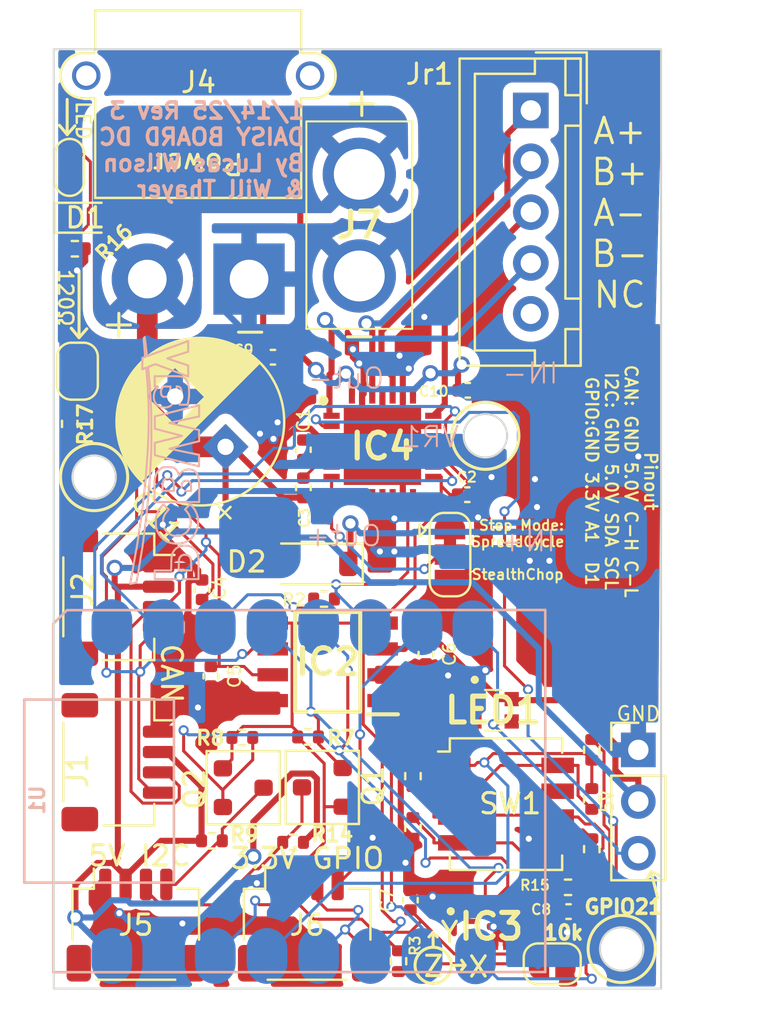
<source format=kicad_pcb>
(kicad_pcb (version 20240108) (generator "pcbnew") (generator_version "8.0")
  (layers (0 "F.Cu" signal) (31 "B.Cu" signal) (34 "B.Paste" user) (35 "F.Paste" user) (36 "B.SilkS" user "B.Silkscreen") (37 "F.SilkS" user "F.Silkscreen") (38 "B.Mask" user) (39 "F.Mask" user) (44 "Edge.Cuts" user))
  (net 0 "")
  (net 1 "GND")
  (net 2 "Net-(IC4-CPO)")
  (net 3 "Net-(IC4-CPI)")
  (net 4 "+24V")
  (net 5 "Net-(IC4-VCP)")
  (net 6 "OA1")
  (net 7 "OA2")
  (net 8 "+5V")
  (net 9 "Net-(IC4-SPREAD)")
  (net 10 "PDN_UART")
  (net 11 "CANH")
  (net 12 "CANL")
  (net 13 "CANTX")
  (net 14 "+3.3V")
  (net 15 "CANRX")
  (net 16 "Net-(R1-Pad1)")
  (net 17 "DipV")
  (net 18 "ENN")
  (net 19 "STEP")
  (net 20 "OB1")
  (net 21 "OB2")
  (net 22 "Net-(R10-Pad1)")
  (net 23 "Net-(R11-Pad1)")
  (net 24 "GPIO_1")
  (net 25 "GPIO_A")
  (net 26 "SDA")
  (net 27 "SCL")
  (net 28 "GPIO_2")
  (net 29 "/SCL5")
  (net 30 "/SDA5")
  (net 33 "Net-(IC3-CS)")
  (net 39 "Net-(D1-K)")
  (net 40 "Net-(JP1-A)")
  (net 42 "Net-(D2-K)")
  (net 43 "Net-(JP2-A)")
  (net 44 "DIR")
  (net 46 "Net-(U1-GPIO7_SS)")
  (net 52 "Net-(JP4-B)")
  (footprint "Library:Xt30 Horizontal" (layer "F.Cu") (at 86.916 65.626)
    (property "Reference" "J4")
    (property "Value" "XT30PB")
  )
  (footprint "Resistor_SMD:R_0402_1005Metric" (layer "F.Cu") (at 103.759 88.771 -90)
    (property "Reference" "R13" (hide yes))
    (property "Value" "10k")
  )
  (footprint "Connector_JST:JST_SH_SM04B-SRSS-TB_1x04-1MP_P1.00mm_Horizontal" (layer "F.Cu") (at 81.3502 97.3882)
    (property "Reference" "J5")
    (property "Value" "SM04B-SRSS-TB")
  )
  (footprint "Resistor_SMD:R_0402_1005Metric" (layer "F.Cu") (at 85.092 93.2434 180)
    (property "Reference" "R9")
    (property "Value" "10k")
  )
  (footprint "Resistor_SMD:R_0402_1005Metric" (layer "F.Cu") (at 103.759 93.6518 90)
    (property "Reference" "R11" (hide yes))
    (property "Value" "4.7k")
  )
  (footprint "Connector_PinHeader_2.54mm:PinHeader_1x03_P2.54mm_Vertical" (layer "F.Cu") (at 106.045 88.773)
    (property "Reference" "J8" (hide yes))
    (property "Value" "Conn_01x03_Pin")
  )
  (footprint "PCM_Package_TO_SOT_SMD_AKL:SOT-23" (layer "F.Cu") (at 86.63 90.6322)
    (property "Reference" "Q2")
    (property "Value" "BSS138" (hide yes))
  )
  (footprint "CutomParts:Jumper Connected 2 Pin Small" (layer "F.Cu") (at 78.105 60.198 -90)
    (property "Reference" "JP2" (hide yes))
    (property "Value" "SolderJumper_2_Open")
  )
  (footprint "Resistor_SMD:R_0402_1005Metric" (layer "F.Cu") (at 78.105 72.7456 90)
    (property "Reference" "R17")
    (property "Value" "120")
  )
  (footprint "SamacSys_Parts:LSM6DS3USTR" (layer "F.Cu") (at 99.0266 97.4574)
    (property "Reference" "IC3")
    (property "Value" "LSM6DS3TR-C" (hide yes))
  )
  (footprint "Resistor_SMD:R_0402_1005Metric" (layer "F.Cu") (at 89.0798 93.3196)
    (property "Reference" "R14")
    (property "Value" "10k")
  )
  (footprint "Connector_JST:JST_SH_SM04B-SRSS-TB_1x04-1MP_P1.00mm_Horizontal" (layer "F.Cu") (at 80.4738 81.25 -90)
    (property "Reference" "J2")
    (property "Value" "SM04B-SRSS-TB")
  )
  (footprint "Resistor_SMD:R_0402_1005Metric" (layer "F.Cu") (at 78.357 64.135 180)
    (property "Reference" "R16")
    (property "Value" "1.5k")
  )
  (footprint "Resistor_SMD:R_0402_1005Metric" (layer "F.Cu") (at 90.5998 81.3562)
    (property "Reference" "R2")
    (property "Value" "1k")
  )
  (footprint "Capacitor_SMD:C_0402_1005Metric" (layer "F.Cu") (at 89.5858 75.8926 -90)
    (property "Reference" "C3")
    (property "Value" "100nF 50V")
  )
  (footprint "LED_SMD:LED_0603_1608Metric" (layer "F.Cu") (at 78.8671 62.611)
    (property "Reference" "D1")
    (property "Value" "KT-0603R")
  )
  (footprint "JST_Sorted:XT30PB" (layer "F.Cu") (at 92.3326 65.4744 180)
    (property "Reference" "J7")
    (property "Value" "XT30PB" (hide yes))
  )
  (footprint "Resistor_SMD:R_0402_1005Metric" (layer "F.Cu") (at 103.759 91.186 90)
    (property "Reference" "R1" (hide yes))
    (property "Value" "22k")
  )
  (footprint "Resistor_SMD:R_0402_1005Metric" (layer "F.Cu") (at 86.5866 88.1634 180)
    (property "Reference" "R8")
    (property "Value" "10k")
  )
  (footprint "PCM_Package_TO_SOT_SMD_AKL:SOT-23" (layer "F.Cu") (at 90.5162 90.617 180)
    (property "Reference" "Q1")
    (property "Value" "BSS138" (hide yes))
  )
  (footprint "SamacSys_Parts:SOIC127P600X175-8N" (layer "F.Cu") (at 90.7796 84.4448 180)
    (property "Reference" "IC2")
    (property "Value" "TJA1050T_CM" (hide yes))
  )
  (footprint "Capacitor_SMD:C_0402_1005Metric" (layer "F.Cu") (at 94.8436 96.1644 90)
    (property "Reference" "C7")
    (property "Value" "100nF 50V")
  )
  (footprint "Capacitor_SMD:C_0402_1005Metric" (layer "F.Cu") (at 102.616 96.7232)
    (property "Reference" "C8")
    (property "Value" "100nF 50V")
  )
  (footprint "Resistor_SMD:R_0402_1005Metric" (layer "F.Cu") (at 94.2594 99.1616 90)
    (property "Reference" "R3")
    (property "Value" "10k")
  )
  (footprint "Resistor_SMD:R_0402_1005Metric" (layer "F.Cu") (at 94.9706 92.6064 90)
    (property "Reference" "R12" (hide yes))
    (property "Value" "2.2k")
  )
  (footprint "Jst Connectors:JST_XH_B05B-XH-A_05x2.50mm_Straight" (layer "F.Cu") (at 100.7618 57.3354 -90)
    (property "Reference" "Jr1")
    (property "Value" "Conn_01x05_Pin")
  )
  (footprint "Capacitor_SMD:C_0402_1005Metric" (layer "F.Cu") (at 97.6402 76.2254)
    (property "Reference" "C2")
    (property "Value" "100nF 50V")
  )
  (footprint "Jumper:SolderJumper-2_P1.3mm_Open_RoundedPad1.0x1.5mm" (layer "F.Cu") (at 78.486 70.1548 90)
    (property "Reference" "JP1" (hide yes))
    (property "Value" "SolderJumper_2_Open")
  )
  (footprint "Resistor_SMD:R_0402_1005Metric" (layer "F.Cu") (at 89.8144 88.138 180)
    (property "Reference" "R7")
    (property "Value" "10k")
  )
  (footprint "Capacitor_SMD:C_0402_1005Metric" (layer "F.Cu") (at 84.6074 80.899 -90)
    (property "Reference" "C4")
    (property "Value" "30pF")
  )
  (footprint "Capacitor_SMD:C_0402_1005Metric" (layer "F.Cu") (at 97.663 71.0946 180)
    (property "Reference" "C10")
    (property "Value" "100nF 50V")
  )
  (footprint "Capacitor_SMD:C_0402_1005Metric" (layer "F.Cu") (at 95.6056 84.0638 -90)
    (property "Reference" "C6")
    (property "Value" "100nF 50V")
  )
  (footprint "Connector_JST:JST_SH_SM04B-SRSS-TB_1x04-1MP_P1.00mm_Horizontal" (layer "F.Cu") (at 80.4738 89.378 -90)
    (property "Reference" "J1")
    (property "Value" "SM04B-SRSS-TB")
  )
  (footprint "Jumper:SolderJumper-3_P1.3mm_Bridged12_RoundedPad1.0x1.5mm" (layer "F.Cu") (at 96.7895 79.1718 -90)
    (property "Reference" "JP3" (hide yes))
    (property "Value" "SolderJumper_3_Bridged12")
  )
  (footprint "Resistor_SMD:R_0402_1005Metric" (layer "F.Cu") (at 102.5906 95.5294 180)
    (property "Reference" "R15")
    (property "Value" "10k")
  )
  (footprint "SamacSys_Parts:QFN50P500X500X90-29N" (layer "F.Cu") (at 93.4706 73.8486)
    (property "Reference" "IC4")
    (property "Value" "TMC2209-LA" (hide yes))
  )
  (footprint "Capacitor_SMD:C_0402_1005Metric" (layer "F.Cu") (at 85.0392 85.151 -90)
    (property "Reference" "C5")
    (property "Value" "30pF")
  )
  (footprint "Connector_JST:JST_SH_SM04B-SRSS-TB_1x04-1MP_P1.00mm_Horizontal" (layer "F.Cu") (at 89.7696 97.3882)
    (property "Reference" "J6")
    (property "Value" "SM04B-SRSS-TB")
  )
  (footprint "Resistor_SMD:R_0402_1005Metric" (layer "F.Cu") (at 94.9706 90.0644 90)
    (property "Reference" "R10" (hide yes))
    (property "Value" "10k")
  )
  (footprint "Jumper:SolderJumper-2_P1.3mm_Open_RoundedPad1.0x1.5mm" (layer "F.Cu") (at 101.813601 99.2886 180)
    (property "Reference" "JP4" (hide yes))
    (property "Value" "SolderJumper_2_Open")
  )
  (footprint "Button_Switch_SMD:SW_DIP_SPSTx04_Slide_Copal_CHS-04A_W5.08mm_P1.27mm_JPin" (layer "F.Cu") (at 99.5426 91.44)
    (property "Reference" "SW1")
    (property "Value" "DSHP04TJGER")
  )
  (footprint "SamacSys_Parts:WS2812C2020" (layer "F.Cu") (at 98.907 86.826 180)
    (property "Reference" "LED1")
    (property "Value" "WS2812C-2020" (hide yes))
  )
  (footprint "Capacitor_SMD:C_0402_1005Metric" (layer "F.Cu") (at 88.0898 69.469)
    (property "Reference" "C9")
    (property "Value" "100nF 50V")
  )
  (footprint "Capacitor_SMD:C_0402_1005Metric" (layer "F.Cu") (at 89.5858 74.0182 -90)
    (property "Reference" "C1")
    (property "Value" "22nF 50V")
  )
  (footprint "Diode_SMD:D_SOD-123" (layer "F.Cu") (at 90.1446 79.629 180)
    (property "Reference" "D2")
    (property "Value" "SS34")
  )
  (footprint "Capacitor_THT:CP_Radial_D8.0mm_P3.50mm" (layer "F.Cu") (at 85.7615 73.8743 135)
    (property "Reference" "C11")
    (property "Value" "100uF")
  )
  (footprint "Library:EY9 reg board" (layer "B.Cu") (at 95.8342 73.8886 180)
    (property "Reference" "VR1")
    (property "Value" "~")
  )
  (footprint "Arduino:ESP32-C3 16 Pin Super Mini" (layer "B.Cu") (at 98.2964 81.9039 -90)
    (property "Reference" "U1")
    (property "Value" "MOUDLE-SEEEDUINO-XIAO-ESP32C3")
  )
  (gr_line (start 84.408884 77.613086) (end 84.408144 77.54313) (stroke (width 0.1)) (layer "B.SilkS"))
  (gr_line (start 83.740404 74.119563) (end 83.464663 74.06249) (stroke (width 0.1)) (layer "B.SilkS"))
  (gr_arc (start 82.320998 71.079145) (mid 82.338824 71.049612) (end 82.358108 71.021009) (stroke (width 0.1)) (layer "B.SilkS"))
  (gr_line (start 81.427992 80.298806) (end 81.449861 80.17965) (stroke (width 0.1)) (layer "B.SilkS"))
  (gr_line (start 82.884544 69.056389) (end 81.914386 69.414148) (stroke (width 0.1)) (layer "B.SilkS"))
  (gr_line (start 82.134917 69.876039) (end 82.242271 69.834944) (stroke (width 0.1)) (layer "B.SilkS"))
  (gr_line (start 84.117678 76.7908) (end 84.046665 76.710954) (stroke (width 0.1)) (layer "B.SilkS"))
  (gr_line (start 81.449861 80.17965) (end 81.687586 78.727408) (stroke (width 0.1)) (layer "B.SilkS"))
  (gr_arc (start 82.836688 78.011278) (mid 82.801902 77.960099) (end 82.772059 77.905888) (stroke (width 0.1)) (layer "B.SilkS"))
  (gr_line (start 82.279077 80.16441) (end 82.279077 80.37777) (stroke (width 0.1)) (layer "B.SilkS"))
  (gr_arc (start 81.075113 80.609752) (mid 81.073805 80.607595) (end 81.073617 80.605075) (stroke (width 0.1)) (layer "B.SilkS"))
  (gr_line (start 81.93312 70.86801) (end 81.973568 71.617178) (stroke (width 0.1)) (layer "B.SilkS"))
  (gr_arc (start 83.833289 75.539225) (mid 83.869948 75.541582) (end 83.905958 75.548848) (stroke (width 0.1)) (layer "B.SilkS"))
  (gr_arc (start 83.495796 79.349118) (mid 83.512154 79.317931) (end 83.531908 79.288775) (stroke (width 0.1)) (layer "B.SilkS"))
  (gr_line (start 82.344372 77.345169) (end 82.338826 77.399527) (stroke (width 0.1)) (layer "B.SilkS"))
  (gr_line (start 81.749236 68.706855) (end 81.781752 69.099675) (stroke (width 0.1)) (layer "B.SilkS"))
  (gr_line (start 83.774948 72.001561) (end 83.361117 72.106108) (stroke (width 0.1)) (layer "B.SilkS"))
  (gr_line (start 81.787802 69.460776) (end 81.765996 69.469241) (stroke (width 0.1)) (layer "B.SilkS"))
  (gr_line (start 83.460143 79.69451) (end 83.465018 79.524764) (stroke (width 0.1)) (layer "B.SilkS"))
  (gr_line (start 82.284156 74.285068) (end 83.361117 74.557636) (stroke (width 0.1)) (layer "B.SilkS"))
  (gr_line (start 83.033157 72.689915) (end 83.221036 72.648875) (stroke (width 0.1)) (layer "B.SilkS"))
  (gr_line (start 84.43007 79.499995) (end 84.422473 79.360101) (stroke (width 0.1)) (layer "B.SilkS"))
  (gr_arc (start 84.440622 71.834632) (mid 84.445662 71.83369) (end 84.450777 71.833331) (stroke (width 0.1)) (layer "B.SilkS"))
  (gr_line (start 84.346259 72.406241) (end 84.394897 72.395556) (stroke (width 0.1)) (layer "B.SilkS"))
  (gr_line (start 83.361117 74.557636) (end 83.774959 74.662147) (stroke (width 0.1)) (layer "B.SilkS"))
  (gr_arc (start 82.824235 75.428063) (mid 82.87563 75.410347) (end 82.929316 75.401796) (stroke (width 0.1)) (layer "B.SilkS"))
  (gr_line (start 83.221036 72.648875) (end 83.432728 72.602904) (stroke (width 0.1)) (layer "B.SilkS"))
  (gr_arc (start 82.653397 70.970489) (mid 82.661729 70.957098) (end 82.670889 70.944259) (stroke (width 0.1)) (layer "B.SilkS"))
  (gr_line (start 83.423887 73.282421) (end 83.617779 73.334192) (stroke (width 0.1)) (layer "B.SilkS"))
  (gr_arc (start 83.597933 70.424344) (mid 83.640903 70.438646) (end 83.681889 70.457909) (stroke (width 0.1)) (layer "B.SilkS"))
  (gr_line (start 83.693823 70.32618) (end 83.918439 70.410259) (stroke (width 0.1)) (layer "B.SilkS"))
  (gr_arc (start 82.927654 71.919596) (mid 82.888689 71.928796) (end 82.849034 71.934306) (stroke (width 0.1)) (layer "B.SilkS"))
  (gr_arc (start 81.372669 80.550446) (mid 81.369057 80.553229) (end 81.364779 80.554813) (stroke (width 0.1)) (layer "B.SilkS"))
  (gr_line (start 83.924738 70.245389) (end 83.924997 70.142508) (stroke (width 0.1)) (layer "B.SilkS"))
  (gr_line (start 82.384307 75.160363) (end 82.35223 75.228067) (stroke (width 0.1)) (layer "B.SilkS"))
  (gr_line (start 81.828575 75.537069) (end 81.659439 77.052332) (stroke (width 0.1)) (layer "B.SilkS"))
  (gr_line (start 82.896702 70.40065) (end 82.279077 70.40065) (stroke (width 0.1)) (layer "B.SilkS"))
  (gr_line (start 83.42392 73.389722) (end 83.208293 73.444964) (stroke (width 0.1)) (layer "B.SilkS"))
  (gr_line (start 81.098842 80.458434) (end 81.085116 80.536363) (stroke (width 0.1)) (layer "B.SilkS"))
  (gr_line (start 81.085116 80.536363) (end 81.073617 80.605075) (stroke (width 0.1)) (layer "B.SilkS"))
  (gr_line (start 84.064465 75.87943) (end 84.069665 76.03945) (stroke (width 0.1)) (layer "B.SilkS"))
  (gr_arc (start 83.236611 78.969614) (mid 83.28276 78.916051) (end 83.335048 78.868464) (stroke (width 0.1)) (layer "B.SilkS"))
  (gr_arc (start 83.593449 78.7469) (mid 83.642646 78.738145) (end 83.692391 78.733416) (stroke (width 0.1)) (layer "B.SilkS"))
  (gr_line (start 84.052356 78.778198) (end 84.043849 78.775052) (stroke (width 0.1)) (layer "B.SilkS"))
  (gr_line (start 83.183301 75.535823) (end 83.218877 75.605564) (stroke (width 0.1)) (layer "B.SilkS"))
  (gr_arc (start 83.73797 75.025046) (mid 83.783846 75.00682) (end 83.831517 74.994003) (stroke (width 0.1)) (layer "B.SilkS"))
  (gr_arc (start 82.594109 71.102529) (mid 82.597423 71.087699) (end 82.601973 71.0732) (stroke (width 0.1)) (layer "B.SilkS"))
  (gr_line (start 84.057324 75.755142) (end 84.06161 75.81535) (stroke (width 0.1)) (layer "B.SilkS"))
  (gr_line (start 83.599877 75.887431) (end 83.600685 75.804178) (stroke (width 0.1)) (layer "B.SilkS"))
  (gr_line (start 83.222428 75.822507) (end 83.225978 76.03945) (stroke (width 0.1)) (layer "B.SilkS"))
  (gr_line (start 84.455606 75.606512) (end 84.447685 75.502158) (stroke (width 0.1)) (layer "B.SilkS"))
  (gr_line (start 82.118615 73.152598) (end 82.116225 72.525783) (stroke (width 0.1)) (layer "B.SilkS"))
  (gr_line (start 84.125498 74.750167) (end 84.440602 74.828986) (stroke (width 0.1)) (layer "B.SilkS"))
  (gr_line (start 83.36193 70.90357) (end 83.406857 70.906537) (stroke (width 0.1)) (layer "B.SilkS"))
  (gr_arc (start 83.996245 77.285071) (mid 84.019901 77.352947) (end 84.036372 77.422914) (stroke (width 0.1)) (layer "B.SilkS"))
  (gr_line (start 84.400446 77.376903) (end 84.394979 77.335775) (stroke (width 0.1)) (layer "B.SilkS"))
  (gr_arc (start 83.907217 68.678209) (mid 83.913457 68.678501) (end 83.917435 68.683297) (stroke (width 0.1)) (layer "B.SilkS"))
  (gr_line (start 83.205525 69.425608) (end 83.521323 69.325089) (stroke (width 0.1)) (layer "B.SilkS"))
  (gr_arc (start 83.501281 71.769709) (mid 83.503436 71.758681) (end 83.506403 71.747844) (stroke (width 0.1)) (layer "B.SilkS"))
  (gr_line (start 83.75973 79.951049) (end 83.455609 79.951049) (stroke (width 0.1)) (layer "B.SilkS"))
  (gr_arc (start 83.610016 71.233417) (mid 83.611814 71.303142) (end 83.608169 71.372795) (stroke (width 0.1)) (layer "B.SilkS"))
  (gr_line (start 83.770346 76.953572) (end 83.820818 77.012212) (stroke (width 0.1)) (layer "B.SilkS"))
  (gr_arc (start 82.707737 77.738673) (mid 82.700143 77.69978) (end 82.695489 77.660427) (stroke (width 0.1)) (layer "B.SilkS"))
  (gr_arc (start 84.077019 79.928648) (mid 84.075406 79.937114) (end 84.070624 79.944277) (stroke (width 0.1)) (layer "B.SilkS"))
  (gr_arc (start 83.502181 70.408114) (mid 83.55044 70.413968) (end 83.597933 70.424344) (stroke (width 0.1)) (layer "B.SilkS"))
  (gr_line (start 82.919157 74.876382) (end 82.690558 74.87613) (stroke (width 0.1)) (layer "B.SilkS"))
  (gr_arc (start 84.202004 75.041133) (mid 84.239653 75.065067) (end 84.273727 75.093864) (stroke (width 0.1)) (layer "B.SilkS"))
  (gr_arc (start 83.807821 70.557797) (mid 83.825636 70.58051) (end 83.842271 70.604101) (stroke (width 0.1)) (layer "B.SilkS"))
  (gr_line (start 82.107443 72.13293) (end 82.087084 71.66171) (stroke (width 0.1)) (layer "B.SilkS"))
  (gr_line (start 83.525974 71.685815) (end 83.51442 71.721021) (stroke (width 0.1)) (layer "B.SilkS"))
  (gr_line (start 83.977394 76.737115) (end 83.93596 76.77809) (stroke (width 0.1)) (layer "B.SilkS"))
  (gr_arc (start 83.595739 71.458223) (mid 83.585533 71.503469) (end 83.573152 71.548169) (stroke (width 0.1)) (layer "B.SilkS"))
  (gr_line (start 83.468442 75.263271) (end 83.462818 75.247687) (stroke (width 0.1)) (layer "B.SilkS"))
  (gr_arc (start 81.673718 70.054945) (mid 81.672828 70.055125) (end 81.671924 70.05521) (stroke (width 0.1)) (layer "B.SilkS"))
  (gr_line (start 82.694721 77.640653) (end 82.691721 77.56345) (stroke (width 0.1)) (layer "B.SilkS"))
  (gr_arc (start 83.731488 70.488214) (mid 83.752391 70.503568) (end 83.772159 70.520358) (stroke (width 0.1)) (layer "B.SilkS"))
  (gr_line (start 82.906502 69.522068) (end 83.205525 69.425608) (stroke (width 0.1)) (layer "B.SilkS"))
  (gr_line (start 81.740542 69.47886) (end 81.674558 69.503532) (stroke (width 0.1)) (layer "B.SilkS"))
  (gr_line (start 84.077046 79.928648) (end 84.077019 79.928648) (stroke (width 0.1)) (layer "B.SilkS"))
  (gr_arc (start 83.599975 71.124928) (mid 83.605319 71.15971) (end 83.608617 71.194745) (stroke (width 0.1)) (layer "B.SilkS"))
  (gr_line (start 83.464663 74.06249) (end 83.231477 74.013418) (stroke (width 0.1)) (layer "B.SilkS"))
  (gr_line (start 82.952155 73.50961) (end 82.284157 73.67725) (stroke (width 0.1)) (layer "B.SilkS"))
  (gr_arc (start 83.539392 78.239865) (mid 83.495426 78.248754) (end 83.450794 78.253224) (stroke (width 0.1)) (layer "B.SilkS"))
  (gr_arc (start 82.348294 77.818618) (mid 82.341393 77.774852) (end 82.33858 77.730635) (stroke (width 0.1)) (layer "B.SilkS"))
  (gr_line (start 83.218877 75.605564) (end 83.222428 75.822507) (stroke (width 0.1)) (layer "B.SilkS"))
  (gr_line (start 84.461957 74.69338) (end 84.461098 74.548823) (stroke (width 0.1)) (layer "B.SilkS"))
  (gr_line (start 82.429573 70.932697) (end 82.416305 70.949111) (stroke (width 0.1)) (layer "B.SilkS"))
  (gr_arc (start 83.580656 79.240085) (mid 83.597092 79.226623) (end 83.614654 79.214668) (stroke (width 0.1)) (layer "B.SilkS"))
  (gr_arc (start 83.936076 70.827509) (mid 83.955571 70.936919) (end 83.96385 71.047743) (stroke (width 0.1)) (layer "B.SilkS"))
  (gr_line (start 81.392281 80.49403) (end 81.408632 80.404533) (stroke (width 0.1)) (layer "B.SilkS"))
  (gr_line (start 84.461631 75.810258) (end 84.455606 75.606512) (stroke (width 0.1)) (layer "B.SilkS"))
  (gr_line (start 83.225243 73.907787) (end 83.458499 73.847764) (stroke (width 0.1)) (layer "B.SilkS"))
  (gr_arc (start 83.89791 70.708273) (mid 83.919458 70.767102) (end 83.936076 70.827509) (stroke (width 0.1)) (layer "B.SilkS"))
  (gr_line (start 83.548147 79.269945) (end 83.569873 79.2491) (stroke (width 0.1)) (layer "B.SilkS"))
  (gr_arc (start 83.700223 75.575396) (mid 83.729242 75.559428) (end 83.760524 75.548538) (stroke (width 0.1)) (layer "B.SilkS"))
  (gr_line (start 82.335681 77.57869) (end 82.336939 77.700365) (stroke (width 0.1)) (layer "B.SilkS"))
  (gr_line (start 83.970576 71.310605) (end 83.971216 71.233548) (stroke (width 0.1)) (layer "B.SilkS"))
  (gr_line (start 84.458397 73.048321) (end 83.747197 72.879508) (stroke (width 0.1)) (layer "B.SilkS"))
  (gr_arc (start 83.161681 79.09452) (mid 83.195692 79.029994) (end 83.236611 78.969614) (stroke (width 0.1)) (layer "B.SilkS"))
  (gr_line (start 84.407964 77.72862) (end 84.408737 77.676162) (stroke (width 0.1)) (layer "B.SilkS"))
  (gr_arc (start 84.121183 78.808916) (mid 84.13324 78.815266) (end 84.144978 78.822188) (stroke (width 0.1)) (layer "B.SilkS"))
  (gr_line (start 82.440354 70.918589) (end 82.429573 70.932697) (stroke (width 0.1)) (layer "B.SilkS"))
  (gr_arc (start 84.013431 77.808473) (mid 83.998229 77.8464) (end 83.981085 77.88349) (stroke (width 0.1)) (layer "B.SilkS"))
  (gr_line (start 83.694894 71.80273) (end 83.893734 71.80273) (stroke (width 0.1)) (layer "B.SilkS"))
  (gr_line (start 83.462818 75.247687) (end 83.457334 75.229156) (stroke (width 0.1)) (layer "B.SilkS"))
  (gr_line (start 83.050094 70.94167) (end 83.048882 70.960472) (stroke (width 0.1)) (layer "B.SilkS"))
  (gr_line (start 83.51442 71.721021) (end 83.506403 71.747844) (stroke (width 0.1)) (layer "B.SilkS"))
  (gr_line (start 82.33858 77.730635) (end 82.340498 77.76601) (stroke (width 0.1)) (layer "B.SilkS"))
  (gr_line (start 82.279077 80.37777) (end 83.356037 80.37777) (stroke (width 0.1)) (layer "B.SilkS"))
  (gr_arc (start 83.609708 75.716237) (mid 83.614373 75.698453) (end 83.620226 75.681024) (stroke (width 0.1)) (layer "B.SilkS"))
  (gr_line (start 83.922867 70.409485) (end 83.923937 70.331996) (stroke (width 0.1)) (layer "B.SilkS"))
  (gr_line (start 83.416943 69.704572) (end 83.221832 69.639014) (stroke (width 0.1)) (layer "B.SilkS"))
  (gr_arc (start 83.677231 78.188693) (mid 83.60967 78.217938) (end 83.539392 78.239865) (stroke (width 0.1)) (layer "B.SilkS"))
  (gr_line (start 83.151767 70.12271) (end 83.445743 70.233178) (stroke (width 0.1)) (layer "B.SilkS"))
  (gr_arc (start 83.531908 79.288775) (mid 83.539745 79.279117) (end 83.548147 79.269945) (stroke (width 0.1)) (layer "B.SilkS"))
  (gr_arc (start 84.260873 78.920604) (mid 84.288657 78.950792) (end 84.31507 78.982187) (stroke (width 0.1)) (layer "B.SilkS"))
  (gr_line (start 82.116225 72.525783) (end 82.107443 72.13293) (stroke (width 0.1)) (layer "B.SilkS"))
  (gr_line (start 81.743409 68.606378) (end 81.749236 68.706855) (stroke (width 0.1)) (layer "B.SilkS"))
  (gr_arc (start 83.096147 71.827754) (mid 83.057434 71.857619) (end 83.015841 71.883322) (stroke (width 0.1)) (layer "B.SilkS"))
  (gr_arc (start 82.707521 76.71001) (mid 82.711139 76.710651) (end 82.714271 76.712564) (stroke (width 0.1)) (layer "B.SilkS"))
  (gr_arc (start 82.849034 71.934306) (mid 82.799403 71.937602) (end 82.74967 71.938442) (stroke (width 0.1)) (layer "B.SilkS"))
  (gr_line (start 82.284157 72.682076) (end 82.284157 72.985388) (stroke (width 0.1)) (layer "B.SilkS"))
  (gr_arc (start 83.922867 70.409485) (mid 83.922367 70.410399) (end 83.921388 70.410809) (stroke (width 0.1)) (layer "B.SilkS"))
  (gr_line (start 81.408632 80.404533) (end 81.427992 80.298806) (stroke (width 0.1)) (layer "B.SilkS"))
  (gr_line (start 82.349105 77.822039) (end 82.363497 77.882765) (stroke (width 0.1)) (layer "B.SilkS"))
  (gr_line (start 82.270531 75.797588) (end 82.268918 76.111647) (stroke (width 0.1)) (layer "B.SilkS"))
  (gr_arc (start 81.081923 80.611989) (mid 81.078242 80.611695) (end 81.075113 80.609752) (stroke (width 0.1)) (layer "B.SilkS"))
  (gr_line (start 81.959031 69.944339) (end 82.134917 69.876039) (stroke (width 0.1)) (layer "B.SilkS"))
  (gr_arc (start 82.74967 71.938442) (mid 82.700423 71.936834) (end 82.651316 71.932795) (stroke (width 0.1)) (layer "B.SilkS"))
  (gr_arc (start 83.969182 75.577539) (mid 83.995314 75.598184) (end 84.017619 75.622914) (stroke (width 0.1)) (layer "B.SilkS"))
  (gr_line (start 84.463477 72.380221) (end 84.463477 72.106716) (stroke (width 0.1)) (layer "B.SilkS"))
  (gr_arc (start 83.772159 70.520358) (mid 83.79065 70.538449) (end 83.807821 70.557797) (stroke (width 0.1)) (layer "B.SilkS"))
  (gr_arc (start 82.289356 71.141693) (mid 82.304405 71.110028) (end 82.320998 71.079145) (stroke (width 0.1)) (layer "B.SilkS"))
  (gr_line (start 83.501281 71.769709) (end 83.496054 71.80273) (stroke (width 0.1)) (layer "B.SilkS"))
  (gr_line (start 84.067722 79.557511) (end 84.074038 79.692098) (stroke (width 0.1)) (layer "B.SilkS"))
  (gr_arc (start 83.48025 75.275651) (mid 83.4787 75.276945) (end 83.476737 75.27744) (stroke (width 0.1)) (layer "B.SilkS"))
  (gr_line (start 83.089226 79.951049) (end 82.684152 79.95105) (stroke (width 0.1)) (layer "B.SilkS"))
  (gr_arc (start 82.904448 69.527747) (mid 82.90407 69.524386) (end 82.906502 69.522068) (stroke (width 0.1)) (layer "B.SilkS"))
  (gr_arc (start 83.033132 72.708749) (mid 83.026907 72.707042) (end 83.0208 72.704954) (stroke (width 0.1)) (layer "B.SilkS"))
  (gr_line (start 83.834772 76.03945) (end 83.599876 76.03945) (stroke (width 0.1)) (layer "B.SilkS"))
  (gr_arc (start 83.015841 71.883322) (mid 82.972758 71.903915) (end 82.927654 71.919596) (stroke (width 0.1)) (layer "B.SilkS"))
  (gr_line (start 83.521323 69.325089) (end 83.861497 69.219271) (stroke (width 0.1)) (layer "B.SilkS"))
  (gr_arc (start 83.335048 78.868464) (mid 83.39277 78.827486) (end 83.455013 78.79377) (stroke (width 0.1)) (layer "B.SilkS"))
  (gr_arc (start 83.737519 79.184346) (mid 83.786251 79.184364) (end 83.834885 79.187438) (stroke (width 0.1)) (layer "B.SilkS"))
  (gr_arc (start 84.014946 79.310322) (mid 84.029997 79.337905) (end 84.041357 79.367202) (stroke (width 0.1)) (layer "B.SilkS"))
  (gr_arc (start 83.221078 78.242701) (mid 83.177103 78.234172) (end 83.134197 78.221299) (stroke (width 0.1)) (layer "B.SilkS"))
  (gr_arc (start 82.694721 77.640653) (mid 82.692512 77.527051) (end 82.704082 77.414019) (stroke (width 0.1)) (layer "B.SilkS"))
  (gr_line (start 83.903739 71.76463) (end 83.918453 71.700611) (stroke (width 0.1)) (layer "B.SilkS"))
  (gr_arc (start 83.569329 75.147405) (mid 83.606772 75.11094) (end 83.647545 75.078241) (stroke (width 0.1)) (layer "B.SilkS"))
  (gr_arc (start 82.787077 71.421411) (mid 82.742007 71.418064) (end 82.698026 71.407665) (stroke (width 0.1)) (layer "B.SilkS"))
  (gr_line (start 82.107282 74.17001) (end 82.116133 73.779151) (stroke (width 0.1)) (layer "B.SilkS"))
  (gr_line (start 84.013297 76.703233) (end 83.977394 76.737115) (stroke (width 0.1)) (layer "B.SilkS"))
  (gr_arc (start 82.300524 71.694837) (mid 82.273043 71.641021) (end 82.252232 71.584291) (stroke (width 0.1)) (layer "B.SilkS"))
  (gr_line (start 82.687515 76.719031) (end 82.68754 76.719052) (stroke (width 0.1)) (layer "B.SilkS"))
  (gr_line (start 84.457881 74.82445) (end 84.460616 74.772785) (stroke (width 0.1)) (layer "B.SilkS"))
  (gr_arc (start 83.692391 78.733416) (mid 83.75162 78.731676) (end 83.810862 78.73285) (stroke (width 0.1)) (layer "B.SilkS"))
  (gr_line (start 83.045438 70.994864) (end 83.040949 71.035031) (stroke (width 0.1)) (layer "B.SilkS"))
  (gr_line (start 83.93596 76.77809) (end 83.889366 76.826712) (stroke (width 0.1)) (layer "B.SilkS"))
  (gr_arc (start 82.233537 71.398762) (mid 82.236557 71.346738) (end 82.24254 71.294971) (stroke (width 0.1)) (layer "B.SilkS"))
  (gr_line (start 83.968603 71.378563) (end 83.970576 71.310605) (stroke (width 0.1)) (layer "B.SilkS"))
  (gr_arc (start 82.704082 77.414019) (mid 82.71864 77.348387) (end 82.740376 77.28477) (stroke (width 0.1)) (layer "B.SilkS"))
  (gr_arc (start 81.379262 80.541668) (mid 81.376197 80.546231) (end 81.372669 80.550446) (stroke (width 0.1)) (layer "B.SilkS"))
  (gr_line (start 84.43291 79.90787) (end 84.43007 79.499995) (stroke (width 0.1)) (layer "B.SilkS"))
  (gr_line (start 81.659439 77.052332) (end 81.424345 78.644844) (stroke (width 0.1)) (layer "B.SilkS"))
  (gr_arc (start 84.188286 76.87741) (mid 84.238614 76.949218) (end 84.28245 77.025163) (stroke (width 0.1)) (layer "B.SilkS"))
  (gr_arc (start 84.338356 75.169898) (mid 84.366764 75.214983) (end 84.390949 75.262467) (stroke (width 0.1)) (layer "B.SilkS"))
  (gr_arc (start 83.831517 74.994003) (mid 83.878939 74.986273) (end 83.926853 74.982695) (stroke (width 0.1)) (layer "B.SilkS"))
  (gr_arc (start 84.394296 79.149451) (mid 84.414669 79.253935) (end 84.422473 79.360101) (stroke (width 0.1)) (layer "B.SilkS"))
  (gr_line (start 82.087084 71.66171) (end 82.06161 71.210262) (stroke (width 0.1)) (layer "B.SilkS"))
  (gr_line (start 83.040949 71.035031) (end 83.037555 71.06255) (stroke (width 0.1)) (layer "B.SilkS"))
  (gr_line (start 83.965292 71.42173) (end 83.968603 71.378563) (stroke (width 0.1)) (layer "B.SilkS"))
  (gr_line (start 82.968883 76.956203) (end 82.843337 76.833106) (stroke (width 0.1)) (layer "B.SilkS"))
  (gr_line (start 81.806793 69.453252) (end 81.787802 69.460776) (stroke (width 0.1)) (layer "B.SilkS"))
  (gr_arc (start 84.021899 76.69985) (mid 84.035478 76.702733) (end 84.046665 76.710954) (stroke (width 0.1)) (layer "B.SilkS"))
  (gr_arc (start 84.384549 77.288754) (mid 84.394396 77.332486) (end 84.400446 77.376903) (stroke (width 0.1)) (layer "B.SilkS"))
  (gr_line (start 84.463794 73.596035) (end 84.461096 73.322178) (stroke (width 0.1)) (layer "B.SilkS"))
  (gr_arc (start 83.760524 75.548538) (mid 83.796619 75.541636) (end 83.833289 75.539225) (stroke (width 0.1)) (layer "B.SilkS"))
  (gr_line (start 82.276376 75.601488) (end 82.270531 75.797588) (stroke (width 0.1)) (layer "B.SilkS"))
  (gr_line (start 83.458499 73.847764) (end 83.736822 73.777662) (stroke (width 0.1)) (layer "B.SilkS"))
  (gr_arc (start 82.740376 77.28477) (mid 82.77024 77.220799) (end 82.806564 77.160263) (stroke (width 0.1)) (layer "B.SilkS"))
  (gr_line (start 82.910019 77.024597) (end 82.968883 76.956203) (stroke (width 0.1)) (layer "B.SilkS"))
  (gr_line (start 83.01706 73.962128) (end 83.225243 73.907787) (stroke (width 0.1)) (layer "B.SilkS"))
  (gr_arc (start 84.034514 77.737026) (mid 84.025198 77.773111) (end 84.013431 77.808473) (stroke (width 0.1)) (layer "B.SilkS"))
  (gr_line (start 82.855459 70.011315) (end 83.151767 70.12271) (stroke (width 0.1)) (layer "B.SilkS"))
  (gr_line (start 81.829917 69.995304) (end 81.855992 69.986119) (stroke (width 0.1)) (layer "B.SilkS"))
  (gr_line (start 84.121183 78.808916) (end 84.088263 78.793391) (stroke (width 0.1)) (layer "B.SilkS"))
  (gr_arc (start 83.602252 75.777612) (mid 83.604419 75.746735) (end 83.609708 75.716237) (stroke (width 0.1)) (layer "B.SilkS"))
  (gr_line (start 83.573152 71.548169) (end 83.538671 71.65033) (stroke (width 0.1)) (layer "B.SilkS"))
  (gr_line (start 84.461096 73.322178) (end 84.458397 73.048321) (stroke (width 0.1)) (layer "B.SilkS"))
  (gr_line (start 81.700478 70.044769) (end 81.730327 70.033292) (stroke (width 0.1)) (layer "B.SilkS"))
  (gr_line (start 81.846733 68.94269) (end 81.828276 68.784787) (stroke (width 0.1)) (layer "B.SilkS"))
  (gr_line (start 82.116133 73.779151) (end 82.118615 73.152598) (stroke (width 0.1)) (layer "B.SilkS"))
  (gr_line (start 84.408737 77.676162) (end 84.408884 77.613086) (stroke (width 0.1)) (layer "B.SilkS"))
  (gr_line (start 82.360357 70.90865) (end 82.391522 70.909086) (stroke (width 0.1)) (layer "B.SilkS"))
  (gr_arc (start 83.620123 73.33689) (mid 83.619562 73.3385) (end 83.618142 73.339479) (stroke (width 0.1)) (layer "B.SilkS"))
  (gr_arc (start 82.252232 71.584291) (mid 82.242198 71.543284) (end 82.23643 71.501463) (stroke (width 0.1)) (layer "B.SilkS"))
  (gr_arc (start 83.929299 79.221083) (mid 83.952221 79.238954) (end 83.973598 79.258648) (stroke (width 0.1)) (layer "B.SilkS"))
  (gr_line (start 83.231477 74.013418) (end 83.022203 73.968895) (stroke (width 0.1)) (layer "B.SilkS"))
  (gr_line (start 83.455609 79.951049) (end 83.460143 79.69451) (stroke (width 0.1)) (layer "B.SilkS"))
  (gr_line (start 83.861497 69.219271) (end 83.924997 69.199722) (stroke (width 0.1)) (layer "B.SilkS"))
  (gr_line (start 81.987859 72.364181) (end 81.976186 73.15765) (stroke (width 0.1)) (layer "B.SilkS"))
  (gr_line (start 83.339357 70.401773) (end 82.896702 70.40065) (stroke (width 0.1)) (layer "B.SilkS"))
  (gr_arc (start 83.010597 72.699197) (mid 83.010996 72.697852) (end 83.012096 72.697006) (stroke (width 0.1)) (layer "B.SilkS"))
  (gr_arc (start 82.291648 69.819051) (mid 82.305989 69.816432) (end 82.320557 69.81588) (stroke (width 0.1)) (layer "B.SilkS"))
  (gr_line (start 82.416305 70.949111) (end 82.400554 70.967445) (stroke (width 0.1)) (layer "B.SilkS"))
  (gr_line (start 81.765996 69.469241) (end 81.740542 69.47886) (stroke (width 0.1)) (layer "B.SilkS"))
  (gr_arc (start 84.457881 74.82445) (mid 84.455487 74.828669) (end 84.450938 74.830307) (stroke (width 0.1)) (layer "B.SilkS"))
  (gr_line (start 82.794472 76.785923) (end 82.751652 76.74617) (stroke (width 0.1)) (layer "B.SilkS"))
  (gr_line (start 82.687515 76.719031) (end 82.625347 76.790026) (stroke (width 0.1)) (layer "B.SilkS"))
  (gr_arc (start 83.164409 74.88672) (mid 83.185162 74.892448) (end 83.205435 74.899695) (stroke (width 0.1)) (layer "B.SilkS"))
  (gr_arc (start 82.320557 69.81588) (mid 82.33499 69.817518) (end 82.348978 69.82143) (stroke (width 0.1)) (layer "B.SilkS"))
  (gr_line (start 81.880233 69.232132) (end 81.846733 68.94269) (stroke (width 0.1)) (layer "B.SilkS"))
  (gr_line (start 84.076735 79.817066) (end 84.077046 79.928648) (stroke (width 0.1)) (layer "B.SilkS"))
  (gr_arc (start 83.465018 79.524764) (mid 83.468192 79.469033) (end 83.47574 79.413724) (stroke (width 0.1)) (layer "B.SilkS"))
  (gr_line (start 84.323469 77.110907) (end 84.285427 77.03036) (stroke (width 0.1)) (layer "B.SilkS"))
  (gr_line (start 81.765236 70.019666) (end 81.800129 70.006221) (stroke (width 0.1)) (layer "B.SilkS"))
  (gr_line (start 83.094562 79.64371) (end 83.089226 79.951049) (stroke (width 0.1)) (layer "B.SilkS"))
  (gr_line (start 81.687586 78.727408) (end 81.881101 77.198311) (stroke (width 0.1)) (layer "B.SilkS"))
  (gr_arc (start 84.426884 75.364466) (mid 84.440799 75.432781) (end 84.447685 75.502158) (stroke (width 0.1)) (layer "B.SilkS"))
  (gr_line (start 83.056825 69.582654) (end 82.909459 69.531759) (stroke (width 0.1)) (layer "B.SilkS"))
  (gr_line (start 82.575441 74.944691) (end 82.514541 74.99689) (stroke (width 0.1)) (layer "B.SilkS"))
  (gr_line (start 81.673718 70.054945) (end 81.700478 70.044769) (stroke (width 0.1)) (layer "B.SilkS"))
  (gr_line (start 81.670759 69.974182) (end 81.670795 70.05411) (stroke (width 0.1)) (layer "B.SilkS"))
  (gr_arc (start 83.205435 74.899695) (mid 83.245597 74.919872) (end 83.281784 74.946529) (stroke (width 0.1)) (layer "B.SilkS"))
  (gr_line (start 82.391522 70.909086) (end 82.417761 70.91043) (stroke (width 0.1)) (layer "B.SilkS"))
  (gr_arc (start 81.855992 69.986119) (mid 81.857215 69.986066) (end 81.858287 69.986646) (stroke (width 0.1)) (layer "B.SilkS"))
  (gr_arc (start 84.017619 75.622914) (mid 84.035085 75.650664) (end 84.047457 75.681032) (stroke (width 0.1)) (layer "B.SilkS"))
  (gr_line (start 84.440622 71.834632) (end 84.125451 71.91351) (stroke (width 0.1)) (layer "B.SilkS"))
  (gr_line (start 82.843337 76.833106) (end 82.794472 76.785923) (stroke (width 0.1)) (layer "B.SilkS"))
  (gr_line (start 82.37702 69.831716) (end 82.599764 69.915292) (stroke (width 0.1)) (layer "B.SilkS"))
  (gr_line (start 83.937422 71.599989) (end 83.954932 71.49708) (stroke (width 0.1)) (layer "B.SilkS"))
  (gr_arc (start 83.925703 77.151196) (mid 83.964236 77.216415) (end 83.996245 77.285071) (stroke (width 0.1)) (layer "B.SilkS"))
  (gr_line (start 83.502181 70.408114) (end 83.339357 70.401773) (stroke (width 0.1)) (layer "B.SilkS"))
  (gr_arc (start 82.590278 71.147213) (mid 82.591172 71.124783) (end 82.594109 71.102529) (stroke (width 0.1)) (layer "B.SilkS"))
  (gr_arc (start 82.344372 77.345169) (mid 82.34855 77.319585) (end 82.353856 77.29421) (stroke (width 0.1)) (layer "B.SilkS"))
  (gr_arc (start 82.885973 71.401176) (mid 82.837526 71.416186) (end 82.787077 71.421411) (stroke (width 0.1)) (layer "B.SilkS"))
  (gr_line (start 84.074038 79.692098) (end 84.076735 79.817066) (stroke (width 0.1)) (layer "B.SilkS"))
  (gr_line (start 84.156947 72.447071) (end 84.346259 72.406241) (stroke (width 0.1)) (layer "B.SilkS"))
  (gr_line (start 84.072331 78.78665) (end 84.052356 78.778198) (stroke (width 0.1)) (layer "B.SilkS"))
  (gr_line (start 83.918453 71.700611) (end 83.937422 71.599989) (stroke (width 0.1)) (layer "B.SilkS"))
  (gr_arc (start 84.273727 75.093864) (mid 84.307882 75.130316) (end 84.338356 75.169898) (stroke (width 0.1)) (layer "B.SilkS"))
  (gr_arc (start 83.834885 79.187438) (mid 83.861032 79.191545) (end 83.886488 79.198796) (stroke (width 0.1)) (layer "B.SilkS"))
  (gr_line (start 83.970236 71.15757) (end 83.96385 71.047743) (stroke (width 0.1)) (layer "B.SilkS"))
  (gr_arc (start 82.456036 77.028276) (mid 82.499595 76.955803) (end 82.548537 76.88685) (stroke (width 0.1)) (layer "B.SilkS"))
  (gr_arc (start 82.373842 71.790805) (mid 82.334298 71.745025) (end 82.300524 71.694837) (stroke (width 0.1)) (layer "B.SilkS"))
  (gr_line (start 82.268918 76.111647) (end 82.268918 76.58809) (stroke (width 0.1)) (layer "B.SilkS"))
  (gr_arc (start 84.036372 77.422914) (mid 84.046521 77.497959) (end 84.049941 77.57361) (stroke (width 0.1)) (layer "B.SilkS"))
  (gr_arc (start 81.792951 68.507667) (mid 81.795164 68.51829) (end 81.796802 68.529017) (stroke (width 0.1)) (layer "B.SilkS"))
  (gr_arc (start 83.647545 75.078241) (mid 83.691479 75.049469) (end 83.73797 75.025046) (stroke (width 0.1)) (layer "B.SilkS"))
  (gr_line (start 82.284157 72.378764) (end 82.284157 72.682076) (stroke (width 0.1)) (layer "B.SilkS"))
  (gr_line (start 83.500456 75.245605) (end 83.4897 75.262275) (stroke (width 0.1)) (layer "B.SilkS"))
  (gr_line (start 82.874643 70.90865) (end 83.051237 70.90865) (stroke (width 0.1)) (layer "B.SilkS"))
  (gr_arc (start 83.037555 71.06255) (mid 83.023799 71.153103) (end 83.004185 71.242571) (stroke (width 0.1)) (layer "B.SilkS"))
  (gr_arc (start 82.698026 71.407665) (mid 82.664557 71.391489) (end 82.636829 71.366728) (stroke (width 0.1)) (layer "B.SilkS"))
  (gr_arc (start 81.74693 68.553886) (mid 81.752452 68.533517) (end 81.761774 68.514584) (stroke (width 0.1)) (layer "B.SilkS"))
  (gr_arc (start 83.016412 78.167869) (mid 82.965215 78.135644) (end 82.917608 78.098318) (stroke (width 0.1)) (layer "B.SilkS"))
  (gr_line (start 83.681158 72.549398) (end 83.933319 72.495217) (stroke (width 0.1)) (layer "B.SilkS"))
  (gr_arc (start 81.671924 70.05521) (mid 81.671159 70.054893) (end 81.670795 70.05411) (stroke (width 0.1)) (layer "B.SilkS"))
  (gr_line (start 81.424345 78.644844) (end 81.116085 80.366837) (stroke (width 0.1)) (layer "B.SilkS"))
  (gr_line (start 83.923937 70.331996) (end 83.924738 70.245389) (stroke (width 0.1)) (layer "B.SilkS"))
  (gr_arc (start 83.012014 72.701367) (mid 83.01099 72.700489) (end 83.010597 72.699197) (stroke (width 0.1)) (layer "B.SilkS"))
  (gr_arc (start 83.406857 70.906537) (mid 83.431849 70.90966) (end 83.456304 70.915682) (stroke (width 0.1)) (layer "B.SilkS"))
  (gr_line (start 84.405745 77.44993) (end 84.40165 77.385957) (stroke (width 0.1)) (layer "B.SilkS"))
  (gr_line (start 81.308469 80.568369) (end 81.364779 80.554813) (stroke (width 0.1)) (layer "B.SilkS"))
  (gr_line (start 83.600685 75.804178) (end 83.602252 75.777612) (stroke (width 0.1)) (layer "B.SilkS"))
  (gr_line (start 84.46339 76.12327) (end 84.461631 75.810258) (stroke (width 0.1)) (layer "B.SilkS"))
  (gr_arc (start 83.134197 78.221299) (mid 83.07418 78.197062) (end 83.016412 78.167869) (stroke (width 0.1)) (layer "B.SilkS"))
  (gr_arc (start 83.016155 72.695383) (mid 83.024524 72.692237) (end 83.033157 72.689915) (stroke (width 0.1)) (layer "B.SilkS"))
  (gr_line (start 82.665158 76.03945) (end 82.665674 75.93531) (stroke (width 0.1)) (layer "B.SilkS"))
  (gr_line (start 83.774959 74.662147) (end 84.125498 74.750167) (stroke (width 0.1)) (layer "B.SilkS"))
  (gr_arc (start 83.022203 73.968895) (mid 83.018938 73.967665) (end 83.016129 73.96559) (stroke (width 0.1)) (layer "B.SilkS"))
  (gr_line (start 83.295226 71.444542) (end 83.321809 71.291462) (stroke (width 0.1)) (layer "B.SilkS"))
  (gr_line (start 84.432997 80.37777) (end 84.43291 79.90787) (stroke (width 0.1)) (layer "B.SilkS"))
  (gr_line (start 83.889366 76.826712) (end 83.770346 76.953572) (stroke (width 0.1)) (layer "B.SilkS"))
  (gr_arc (start 83.56148 71.010274) (mid 83.57413 71.037701) (end 83.584764 71.065972) (stroke (width 0.1)) (layer "B.SilkS"))
  (gr_arc (start 82.748725 77.853291) (mid 82.724987 77.797142) (end 82.707737 77.738673) (stroke (width 0.1)) (layer "B.SilkS"))
  (gr_line (start 84.461098 74.548823) (end 84.458397 74.267236) (stroke (width 0.1)) (layer "B.SilkS"))
  (gr_arc (start 82.929316 75.401796) (mid 82.973007 75.400858) (end 83.016575 75.404261) (stroke (width 0.1)) (layer "B.SilkS"))
  (gr_line (start 83.599876 76.03945) (end 83.599877 75.887431) (stroke (width 0.1)) (layer "B.SilkS"))
  (gr_line (start 82.684152 79.95105) (end 82.279077 79.95105) (stroke (width 0.1)) (layer "B.SilkS"))
  (gr_arc (start 82.287394 75.464552) (mid 82.295058 75.411345) (end 82.306079 75.35873) (stroke (width 0.1)) (layer "B.SilkS"))
  (gr_arc (start 82.720374 78.427573) (mid 82.638414 78.355388) (end 82.56472 78.274783) (stroke (width 0.1)) (layer "B.SilkS"))
  (gr_arc (start 83.614654 79.214668) (mid 83.630288 79.205536) (end 83.646361 79.197202) (stroke (width 0.1)) (layer "B.SilkS"))
  (gr_line (start 81.938253 74.04809) (end 81.828575 75.537069) (stroke (width 0.1)) (layer "B.SilkS"))
  (gr_arc (start 84.041357 79.367202) (mid 84.051245 79.40462) (end 84.057595 79.442799) (stroke (width 0.1)) (layer "B.SilkS"))
  (gr_arc (start 82.651316 71.932795) (mid 82.613387 71.926735) (end 82.576276 71.916826) (stroke (width 0.1)) (layer "B.SilkS"))
  (gr_line (start 83.924997 68.935499) (end 83.924595 68.772254) (stroke (width 0.1)) (layer "B.SilkS"))
  (gr_arc (start 82.414954 75.108626) (mid 82.447463 75.065954) (end 82.484578 75.027222) (stroke (width 0.1)) (layer "B.SilkS"))
  (gr_line (start 82.671292 75.772079) (end 82.673451 75.73942) (stroke (width 0.1)) (layer "B.SilkS"))
  (gr_line (start 84.356444 77.196891) (end 84.323469 77.110907) (stroke (width 0.1)) (layer "B.SilkS"))
  (gr_line (start 83.432728 72.602904) (end 83.681158 72.549398) (stroke (width 0.1)) (layer "B.SilkS"))
  (gr_line (start 83.356037 80.37777) (end 84.432997 80.37777) (stroke (width 0.1)) (layer "B.SilkS"))
  (gr_line (start 82.690558 74.87613) (end 82.628108 74.910005) (stroke (width 0.1)) (layer "B.SilkS"))
  (gr_line (start 83.0208 72.704954) (end 83.012014 72.701367) (stroke (width 0.1)) (layer "B.SilkS"))
  (gr_arc (start 83.917435 68.683297) (mid 83.921317 68.701724) (end 83.922682 68.720507) (stroke (width 0.1)) (layer "B.SilkS"))
  (gr_line (start 81.914492 70.6221) (end 81.93312 70.86801) (stroke (width 0.1)) (layer "B.SilkS"))
  (gr_line (start 83.976505 79.94906) (end 83.876808 79.950562) (stroke (width 0.1)) (layer "B.SilkS"))
  (gr_line (start 83.4897 75.262275) (end 83.48025 75.275651) (stroke (width 0.1)) (layer "B.SilkS"))
  (gr_arc (start 83.620226 75.681024) (mid 83.634691 75.649311) (end 83.653421 75.619915) (stroke (width 0.1)) (layer "B.SilkS"))
  (gr_line (start 81.79281 69.234046) (end 81.801759 69.347539) (stroke (width 0.1)) (layer "B.SilkS"))
  (gr_arc (start 83.973598 79.258648) (mid 83.995708 79.283336) (end 84.014946 79.310322) (stroke (width 0.1)) (layer "B.SilkS"))
  (gr_line (start 81.730327 70.033292) (end 81.765236 70.019666) (stroke (width 0.1)) (layer "B.SilkS"))
  (gr_line (start 83.225978 76.03945) (end 82.665158 76.03945) (stroke (width 0.1)) (layer "B.SilkS"))
  (gr_arc (start 83.810862 78.73285) (mid 83.86913 78.736877) (end 83.927129 78.743775) (stroke (width 0.1)) (layer "B.SilkS"))
  (gr_line (start 82.589602 71.18804) (end 82.590278 71.147213) (stroke (width 0.1)) (layer "B.SilkS"))
  (gr_arc (start 83.416922 75.123554) (mid 83.439781 75.175339) (end 83.457334 75.229156) (stroke (width 0.1)) (layer "B.SilkS"))
  (gr_arc (start 82.467663 71.866352) (mid 82.418472 71.83141) (end 82.373842 71.790805) (stroke (width 0.1)) (layer "B.SilkS"))
  (gr_arc (start 82.263255 71.208468) (mid 82.275532 71.174778) (end 82.289356 71.141693) (stroke (width 0.1)) (layer "B.SilkS"))
  (gr_line (start 84.408144 77.54313) (end 84.405745 77.44993) (stroke (width 0.1)) (layer "B.SilkS"))
  (gr_line (start 83.473445 72.814375) (end 83.240435 72.758593) (stroke (width 0.1)) (layer "B.SilkS"))
  (gr_line (start 82.616374 71.038347) (end 82.628783 71.013413) (stroke (width 0.1)) (layer "B.SilkS"))
  (gr_line (start 84.043849 78.775052) (end 84.018792 78.765785) (stroke (width 0.1)) (layer "B.SilkS"))
  (gr_arc (start 83.926853 74.982695) (mid 83.97649 74.983103) (end 84.02594 74.987424) (stroke (width 0.1)) (layer "B.SilkS"))
  (gr_line (start 83.366197 76.58809) (end 84.463477 76.58809) (stroke (width 0.1)) (layer "B.SilkS"))
  (gr_line (start 83.496054 71.80273) (end 83.694894 71.80273) (stroke (width 0.1)) (layer "B.SilkS"))
  (gr_arc (start 82.576276 71.916826) (mid 82.520421 71.894921) (end 82.467663 71.866352) (stroke (width 0.1)) (layer "B.SilkS"))
  (gr_line (start 82.668487 75.830041) (end 82.671292 75.772079) (stroke (width 0.1)) (layer "B.SilkS"))
  (gr_line (start 83.051237 70.90865) (end 83.050094 70.94167) (stroke (width 0.1)) (layer "B.SilkS"))
  (gr_line (start 83.812514 68.714136) (end 82.884544 69.056389) (stroke (width 0.1)) (layer "B.SilkS"))
  (gr_line (start 83.344349 71.09153) (end 83.36193 70.90357) (stroke (width 0.1)) (layer "B.SilkS"))
  (gr_line (start 83.361117 72.106108) (end 82.284157 72.378764) (stroke (width 0.1)) (layer "B.SilkS"))
  (gr_line (start 83.924595 68.772254) (end 83.922682 68.720507) (stroke (width 0.1)) (layer "B.SilkS"))
  (gr_arc (start 82.917608 78.098318) (mid 82.874854 78.056931) (end 82.836688 78.011278) (stroke (width 0.1)) (layer "B.SilkS"))
  (gr_arc (start 83.084474 75.425749) (mid 83.11344 75.444719) (end 83.138356 75.468761) (stroke (width 0.1)) (layer "B.SilkS"))
  (gr_arc (start 83.016129 73.96559) (mid 83.015528 73.963559) (end 83.01706 73.962128) (stroke (width 0.1)) (layer "B.SilkS"))
  (gr_arc (start 81.384737 80.53006) (mid 81.382278 80.535995) (end 81.379262 80.541668) (stroke (width 0.1)) (layer "B.SilkS"))
  (gr_arc (start 82.23643 71.501463) (mid 82.233511 71.450154) (end 82.233537 71.398762) (stroke (width 0.1)) (layer "B.SilkS"))
  (gr_line (start 82.279077 70.40065) (end 82.279077 70.65465) (stroke (width 0.1)) (layer "B.SilkS"))
  (gr_line (start 82.417761 70.91043) (end 82.439124 70.912251) (stroke (width 0.1)) (layer "B.SilkS"))
  (gr_line (start 83.954932 71.49708) (end 83.965292 71.42173) (stroke (width 0.1)) (layer "B.SilkS"))
  (gr_arc (start 83.842271 70.604101) (mid 83.872654 70.654818) (end 83.89791 70.708273) (stroke (width 0.1)) (layer "B.SilkS"))
  (gr_arc (start 81.387894 80.518598) (mid 81.386529 80.524388) (end 81.384737 80.53006) (stroke (width 0.1)) (layer "B.SilkS"))
  (gr_line (start 83.618142 73.339479) (end 83.42392 73.389722) (stroke (width 0.1)) (layer "B.SilkS"))
  (gr_line (start 81.081923 80.611989) (end 81.201506 80.589405) (stroke (width 0.1)) (layer "B.SilkS"))
  (gr_arc (start 84.154797 78.289271) (mid 84.055118 78.390852) (end 83.941886 78.477068) (stroke (width 0.1)) (layer "B.SilkS"))
  (gr_arc (start 82.56472 78.274783) (mid 82.499095 78.185429) (end 82.443308 78.089623) (stroke (width 0.1)) (layer "B.SilkS"))
  (gr_line (start 84.384549 77.288754) (end 84.356444 77.196891) (stroke (width 0.1)) (layer "B.SilkS"))
  (gr_arc (start 84.070624 79.944277) (mid 84.06768 79.946296) (end 84.064192 79.947038) (stroke (width 0.1)) (layer "B.SilkS"))
  (gr_line (start 82.06161 71.210262) (end 82.029928 70.761148) (stroke (width 0.1)) (layer "B.SilkS"))
  (gr_line (start 81.881101 77.198311) (end 82.023403 75.657502) (stroke (width 0.1)) (layer "B.SilkS"))
  (gr_arc (start 83.081563 78.601096) (mid 82.989857 78.574574) (end 82.901331 78.538847) (stroke (width 0.1)) (layer "B.SilkS"))
  (gr_arc (start 83.498436 70.935795) (mid 83.517033 70.950309) (end 83.533346 70.96735) (stroke (width 0.1)) (layer "B.SilkS"))
  (gr_line (start 82.643588 70.986694) (end 82.653397 70.970489) (stroke (width 0.1)) (layer "B.SilkS"))
  (gr_line (start 83.208293 73.444964) (end 82.952155 73.50961) (stroke (width 0.1)) (layer "B.SilkS"))
  (gr_line (start 81.990921 70.296954) (end 81.959031 69.944339) (stroke (width 0.1)) (layer "B.SilkS"))
  (gr_line (start 82.670889 70.944259) (end 82.698049 70.90865) (stroke (width 0.1)) (layer "B.SilkS"))
  (gr_arc (start 83.450794 78.253224) (mid 83.393233 78.254722) (end 83.335667 78.253462) (stroke (width 0.1)) (layer "B.SilkS"))
  (gr_arc (start 82.24254 71.294971) (mid 82.250919 71.251246) (end 82.263255 71.208468) (stroke (width 0.1)) (layer "B.SilkS"))
  (gr_line (start 81.976186 73.15765) (end 81.938253 74.04809) (stroke (width 0.1)) (layer "B.SilkS"))
  (gr_arc (start 84.406154 77.74633) (mid 84.368124 77.896412) (end 84.312468 78.040888) (stroke (width 0.1)) (layer "B.SilkS"))
  (gr_arc (start 84.450777 71.833331) (mid 84.455489 71.835127) (end 84.457644 71.839687) (stroke (width 0.1)) (layer "B.SilkS"))
  (gr_arc (start 83.016575 75.404261) (mid 83.051492 75.411951) (end 83.084474 75.425749) (stroke (width 0.1)) (layer "B.SilkS"))
  (gr_line (start 84.28245 77.025163) (end 84.242108 76.954732) (stroke (width 0.1)) (layer "B.SilkS"))
  (gr_arc (start 83.335667 78.253462) (mid 83.278244 78.249454) (end 83.221078 78.242701) (stroke (width 0.1)) (layer "B.SilkS"))
  (gr_line (start 81.201506 80.589405) (end 81.308469 80.568369) (stroke (width 0.1)) (layer "B.SilkS"))
  (gr_arc (start 84.046154 77.661403) (mid 84.041581 77.699406) (end 84.034514 77.737026) (stroke (width 0.1)) (layer "B.SilkS"))
  (gr_arc (start 82.441637 70.914711) (mid 82.441305 70.916753) (end 82.440354 70.918589) (stroke (width 0.1)) (layer "B.SilkS"))
  (gr_line (start 84.057595 79.442799) (end 84.067722 79.557511) (stroke (width 0.1)) (layer "B.SilkS"))
  (gr_line (start 83.058561 74.877146) (end 82.919157 74.876382) (stroke (width 0.1)) (layer "B.SilkS"))
  (gr_arc (start 83.47574 79.413724) (mid 83.483728 79.380788) (end 83.495796 79.349118) (stroke (width 0.1)) (layer "B.SilkS"))
  (gr_arc (start 83.286174 78.632145) (mid 83.183247 78.620716) (end 83.081563 78.601096) (stroke (width 0.1)) (layer "B.SilkS"))
  (gr_arc (start 84.144978 78.822188) (mid 84.173446 78.841517) (end 84.200296 78.863036) (stroke (width 0.1)) (layer "B.SilkS"))
  (gr_line (start 82.029928 70.761148) (end 81.990921 70.296954) (stroke (width 0.1)) (layer "B.SilkS"))
  (gr_arc (start 82.379557 77.203022) (mid 82.395585 77.158261) (end 82.413646 77.114281) (stroke (width 0.1)) (layer "B.SilkS"))
  (gr_arc (start 82.909459 69.531759) (mid 82.906596 69.530196) (end 82.904448 69.527747) (stroke (width 0.1)) (layer "B.SilkS"))
  (gr_arc (start 81.914386 69.414148) (mid 81.911672 69.414883) (end 81.90887 69.415129) (stroke (width 0.1)) (layer "B.SilkS"))
  (gr_line (start 83.747197 72.879508) (end 83.473445 72.814375) (stroke (width 0.1)) (layer "B.SilkS"))
  (gr_arc (start 82.358108 71.021009) (mid 82.37864 70.993679) (end 82.400554 70.967445) (stroke (width 0.1)) (layer "B.SilkS"))
  (gr_line (start 83.100867 79.42012) (end 83.094562 79.64371) (stroke (width 0.1)) (layer "B.SilkS"))
  (gr_arc (start 83.455013 78.79377) (mid 83.522947 78.766542) (end 83.593449 78.7469) (stroke (width 0.1)) (layer "B.SilkS"))
  (gr_arc (start 83.130978 79.181018) (mid 83.144404 79.137086) (end 83.161681 79.09452) (stroke (width 0.1)) (layer "B.SilkS"))
  (gr_line (start 82.348978 69.82143) (end 82.37702 69.831716) (stroke (width 0.1)) (layer "B.SilkS"))
  (gr_arc (start 82.673451 75.73942) (mid 82.681942 75.661195) (end 82.698688 75.584313) (stroke (width 0.1)) (layer "B.SilkS"))
  (gr_arc (start 83.941886 78.477068) (mid 83.818457 78.545214) (end 83.686316 78.594382) (stroke (width 0.1)) (layer "B.SilkS"))
  (gr_arc (start 83.533346 70.96735) (mid 83.548604 70.988031) (end 83.56148 71.010274) (stroke (width 0.1)) (layer "B.SilkS"))
  (gr_arc (start 83.905958 75.548848) (mid 83.938715 75.560673) (end 83.969182 75.577539) (stroke (width 0.1)) (layer "B.SilkS"))
  (gr_arc (start 84.120431 75.007294) (mid 84.162108 75.022067) (end 84.202004 75.041133) (stroke (width 0.1)) (layer "B.SilkS"))
  (gr_arc (start 84.200296 78.863036) (mid 84.231227 78.891144) (end 84.260873 78.920604) (stroke (width 0.1)) (layer "B.SilkS"))
  (gr_arc (start 81.90887 69.415129) (mid 81.905057 69.413767) (end 81.903179 69.410178) (stroke (width 0.1)) (layer "B.SilkS"))
  (gr_line (start 82.338826 77.399527) (end 82.336136 77.470493) (stroke (width 0.1)) (layer "B.SilkS"))
  (gr_arc (start 83.004185 71.242571) (mid 82.985095 71.296099) (end 82.95634 71.345118) (stroke (width 0.1)) (layer "B.SilkS"))
  (gr_arc (start 83.608169 71.372795) (mid 83.603087 71.415674) (end 83.595739 71.458223) (stroke (width 0.1)) (layer "B.SilkS"))
  (gr_arc (start 83.927129 78.743775) (mid 83.986419 78.755943) (end 84.043849 78.775052) (stroke (width 0.1)) (layer "B.SilkS"))
  (gr_line (start 84.069665 76.03945) (end 83.834772 76.03945) (stroke (width 0.1)) (layer "B.SilkS"))
  (gr_arc (start 83.799991 78.10997) (mid 83.740748 78.152663) (end 83.677231 78.188693) (stroke (width 0.1)) (layer "B.SilkS"))
  (gr_line (start 83.610016 71.233417) (end 83.611868 71.28457) (stroke (width 0.1)) (layer "B.SilkS"))
  (gr_line (start 82.665674 75.93531) (end 82.666469 75.887639) (stroke (width 0.1)) (layer "B.SilkS"))
  (gr_line (start 82.279077 79.95105) (end 82.279077 80.16441) (stroke (width 0.1)) (layer "B.SilkS"))
  (gr_line (start 81.792951 68.507667) (end 81.785323 68.476481) (stroke (width 0.1)) (layer "B.SilkS"))
  (gr_arc (start 84.31507 78.982187) (mid 84.333776 79.007847) (end 84.349963 79.035165) (stroke (width 0.1)) (layer "B.SilkS"))
  (gr_arc (start 83.12211 74.880042) (mid 83.143386 74.882582) (end 83.164409 74.88672) (stroke (width 0.1)) (layer "B.SilkS"))
  (gr_line (start 83.445743 70.233178) (end 83.693823 70.32618) (stroke (width 0.1)) (layer "B.SilkS"))
  (gr_line (start 82.268918 76.58809) (end 83.366197 76.58809) (stroke (width 0.1)) (layer "B.SilkS"))
  (gr_line (start 81.671854 69.779371) (end 81.671016 69.885142) (stroke (width 0.1)) (layer "B.SilkS"))
  (gr_line (start 81.387894 80.518598) (end 81.392281 80.49403) (stroke (width 0.1)) (layer "B.SilkS"))
  (gr_line (start 81.903179 69.410178) (end 81.894081 69.343861) (stroke (width 0.1)) (layer "B.SilkS"))
  (gr_arc (start 82.806564 77.160263) (mid 82.856284 77.090899) (end 82.910019 77.024597) (stroke (width 0.1)) (layer "B.SilkS"))
  (gr_line (start 81.828276 68.784787) (end 81.811545 68.646885) (stroke (width 0.1)) (layer "B.SilkS"))
  (gr_arc (start 83.653421 75.619915) (mid 83.674889 75.595624) (end 83.700223 75.575396) (stroke (width 0.1)) (layer "B.SilkS"))
  (gr_line (start 82.279077 70.65465) (end 82.279077 70.90865) (stroke (width 0.1)) (layer "B.SilkS"))
  (gr_arc (start 83.981085 77.88349) (mid 83.945183 77.947265) (end 83.902642 78.006818) (stroke (width 0.1)) (layer "B.SilkS"))
  (gr_line (start 83.208256 73.225381) (end 83.423887 73.282421) (stroke (width 0.1)) (layer "B.SilkS"))
  (gr_arc (start 84.450938 74.830307) (mid 84.445729 74.829962) (end 84.440602 74.828986) (stroke (width 0.1)) (layer "B.SilkS"))
  (gr_arc (start 82.353856 77.29421) (mid 82.365655 77.24832) (end 82.379557 77.203022) (stroke (width 0.1)) (layer "B.SilkS"))
  (gr_line (start 81.116085 80.366837) (end 81.098842 80.458434) (stroke (width 0.1)) (layer "B.SilkS"))
  (gr_arc (start 83.584764 71.065972) (mid 83.593415 71.09518) (end 83.599975 71.124928) (stroke (width 0.1)) (layer "B.SilkS"))
  (gr_line (start 83.702707 79.184888) (end 83.737519 79.184346) (stroke (width 0.1)) (layer "B.SilkS"))
  (gr_arc (start 83.219666 71.669092) (mid 83.194434 71.713498) (end 83.165097 71.755306) (stroke (width 0.1)) (layer "B.SilkS"))
  (gr_line (start 84.458397 74.267236) (end 83.740404 74.119563) (stroke (width 0.1)) (layer "B.SilkS"))
  (gr_arc (start 81.80877 69.451944) (mid 81.807856 69.45271) (end 81.806793 69.453252) (stroke (width 0.1)) (layer "B.SilkS"))
  (gr_arc (start 83.671493 79.188606) (mid 83.687019 79.186063) (end 83.702707 79.184888) (stroke (width 0.1)) (layer "B.SilkS"))
  (gr_line (start 81.973568 71.617178) (end 81.987859 72.364181) (stroke (width 0.1)) (layer "B.SilkS"))
  (gr_arc (start 82.413646 77.114281) (mid 82.433868 77.070799) (end 82.456036 77.028276) (stroke (width 0.1)) (layer "B.SilkS"))
  (gr_arc (start 84.049941 77.57361) (mid 84.049009 77.617548) (end 84.046154 77.661403) (stroke (width 0.1)) (layer "B.SilkS"))
  (gr_arc (start 82.636829 71.366728) (mid 82.614704 71.333013) (end 82.601387 71.294949) (stroke (width 0.1)) (layer "B.SilkS"))
  (gr_arc (start 82.68754 76.719052) (mid 82.696547 76.71236) (end 82.707521 76.71001) (stroke (width 0.1)) (layer "B.SilkS"))
  (gr_line (start 82.284157 72.985388) (end 82.952125 73.158599) (stroke (width 0.1)) (layer "B.SilkS"))
  (gr_arc (start 83.921388 70.410809) (mid 83.919886 70.41068) (end 83.918439 70.410259) (stroke (width 0.1)) (layer "B.SilkS"))
  (gr_line (start 82.548537 76.88685) (end 82.506576 76.945271) (stroke (width 0.1)) (layer "B.SilkS"))
  (gr_line (start 83.240435 72.758593) (end 83.033132 72.708749) (stroke (width 0.1)) (layer "B.SilkS"))
  (gr_arc (start 83.355399 75.025282) (mid 83.388456 75.072981) (end 83.416922 75.123554) (stroke (width 0.1)) (layer "B.SilkS"))
  (gr_line (start 82.666469 75.887639) (end 82.668487 75.830041) (stroke (width 0.1)) (layer "B.SilkS"))
  (gr_line (start 82.284157 73.67725) (end 82.284156 73.981159) (stroke (width 0.1)) (layer "B.SilkS"))
  (gr_line (start 83.048882 70.960472) (end 83.045438 70.994864) (stroke (width 0.1)) (layer "B.SilkS"))
  (gr_arc (start 83.646361 79.197202) (mid 83.658661 79.192126) (end 83.671493 79.188606) (stroke (width 0.1)) (layer "B.SilkS"))
  (gr_line (start 81.811545 68.646885) (end 81.796802 68.529017) (stroke (width 0.1)) (layer "B.SilkS"))
  (gr_line (start 83.893734 71.80273) (end 83.903739 71.76463) (stroke (width 0.1)) (layer "B.SilkS"))
  (gr_arc (start 83.681889 70.457909) (mid 83.707068 70.47244) (end 83.731488 70.488214) (stroke (width 0.1)) (layer "B.SilkS"))
  (gr_line (start 84.462935 71.968411) (end 84.46082 71.890452) (stroke (width 0.1)) (layer "B.SilkS"))
  (gr_line (start 83.321809 71.291462) (end 83.344349 71.09153) (stroke (width 0.1)) (layer "B.SilkS"))
  (gr_line (start 82.336136 77.470493) (end 82.335681 77.57869) (stroke (width 0.1)) (layer "B.SilkS"))
  (gr_arc (start 82.384307 75.160363) (mid 82.398856 75.134035) (end 82.414954 75.108626) (stroke (width 0.1)) (layer "B.SilkS"))
  (gr_arc (start 84.390949 75.262467) (mid 84.411134 75.312685) (end 84.426884 75.364466) (stroke (width 0.1)) (layer "B.SilkS"))
  (gr_line (start 83.736822 73.777662) (end 84.463794 73.596035) (stroke (width 0.1)) (layer "B.SilkS"))
  (gr_line (start 83.12211 74.880042) (end 83.058561 74.877146) (stroke (width 0.1)) (layer "B.SilkS"))
  (gr_line (start 82.35223 75.228067) (end 82.337994 75.263839) (stroke (width 0.1)) (layer "B.SilkS"))
  (gr_arc (start 84.312468 78.040888) (mid 84.242232 78.170538) (end 84.154797 78.289271) (stroke (width 0.1)) (layer "B.SilkS"))
  (gr_arc (start 82.747818 75.487339) (mid 82.78245 75.453092) (end 82.824235 75.428063) (stroke (width 0.1)) (layer "B.SilkS"))
  (gr_arc (start 83.138356 75.468761) (mid 83.162828 75.500953) (end 83.183301 75.535823) (stroke (width 0.1)) (layer "B.SilkS"))
  (gr_arc (start 83.820818 77.012212) (mid 83.875493 77.080019) (end 83.925703 77.151196) (stroke (width 0.1)) (layer "B.SilkS"))
  (gr_line (start 83.580656 79.240085) (end 83.593236 79.229571) (stroke (width 0.1)) (layer "B.SilkS"))
  (gr_line (start 81.674558 69.503532) (end 81.671854 69.779371) (stroke (width 0.1)) (layer "B.SilkS"))
  (gr_line (start 83.221832 69.639014) (end 83.056825 69.582654) (stroke (width 0.1)) (layer "B.SilkS"))
  (gr_arc (start 83.476737 75.27744) (mid 83.474933 75.276918) (end 83.473708 75.27549) (stroke (width 0.1)) (layer "B.SilkS"))
  (gr_arc (start 83.902642 78.006818) (mid 83.854126 78.06119) (end 83.799991 78.10997) (stroke (width 0.1)) (layer "B.SilkS"))
  (gr_line (start 84.394897 72.395556) (end 84.463477 72.380221) (stroke (width 0.1)) (layer "B.SilkS"))
  (gr_line (start 84.463477 72.106716) (end 84.462935 71.968411) (stroke (width 0.1)) (layer "B.SilkS"))
  (gr_line (start 83.924997 69.199722) (end 83.924997 68.935499) (stroke (width 0.1)) (layer "B.SilkS"))
  (gr_arc (start 83.686316 78.594382) (mid 83.591336 78.616994) (end 83.494612 78.630299) (stroke (width 0.1)) (layer "B.SilkS"))
  (gr_arc (start 83.262188 71.566454) (mid 83.242886 71.618585) (end 83.219666 71.669092) (stroke (width 0.1)) (layer "B.SilkS"))
  (gr_arc (start 83.89633 79.202613) (mid 83.913328 79.210931) (end 83.929299 79.221083) (stroke (width 0.1)) (layer "B.SilkS"))
  (gr_arc (start 82.95634 71.345118) (mid 82.925014 71.377987) (end 82.885973 71.401176) (stroke (width 0.1)) (layer "B.SilkS"))
  (gr_line (start 84.125451 71.91351) (end 83.774948 72.001561) (stroke (width 0.1)) (layer "B.SilkS"))
  (gr_arc (start 82.698688 75.584313) (mid 82.718354 75.533345) (end 82.747818 75.487339) (stroke (width 0.1)) (layer "B.SilkS"))
  (gr_arc (start 83.617779 73.334192) (mid 83.619454 73.335103) (end 83.620123 73.33689) (stroke (width 0.1)) (layer "B.SilkS"))
  (gr_arc (start 83.456304 70.915682) (mid 83.478102 70.924204) (end 83.498436 70.935795) (stroke (width 0.1)) (layer "B.SilkS"))
  (gr_arc (start 82.439124 70.912251) (mid 82.440904 70.912945) (end 82.441637 70.914711) (stroke (width 0.1)) (layer "B.SilkS"))
  (gr_arc (start 83.112064 79.281008) (mid 83.11989 79.230704) (end 83.130978 79.181018) (stroke (width 0.1)) (layer "B.SilkS"))
  (gr_line (start 82.599764 69.915292) (end 82.855459 70.011315) (stroke (width 0.1)) (layer "B.SilkS"))
  (gr_line (start 82.772059 77.905888) (end 82.748725 77.853291) (stroke (width 0.1)) (layer "B.SilkS"))
  (gr_arc (start 82.901331 78.538847) (mid 82.807598 78.488503) (end 82.720374 78.427573) (stroke (width 0.1)) (layer "B.SilkS"))
  (gr_line (start 83.971216 71.233548) (end 83.970236 71.15757) (stroke (width 0.1)) (layer "B.SilkS"))
  (gr_line (start 81.671016 69.885142) (end 81.670759 69.974182) (stroke (width 0.1)) (layer "B.SilkS"))
  (gr_line (start 82.284156 73.981159) (end 82.284156 74.285068) (stroke (width 0.1)) (layer "B.SilkS"))
  (gr_arc (start 84.047457 75.681032) (mid 84.050468 75.692758) (end 84.05236 75.704715) (stroke (width 0.1)) (layer "B.SilkS"))
  (gr_line (start 82.625347 76.790026) (end 82.561466 76.86885) (stroke (width 0.1)) (layer "B.SilkS"))
  (gr_arc (start 84.013297 76.703233) (mid 84.017281 76.700732) (end 84.021899 76.69985) (stroke (width 0.1)) (layer "B.SilkS"))
  (gr_line (start 83.518793 75.214243) (end 83.500456 75.245605) (stroke (width 0.1)) (layer "B.SilkS"))
  (gr_line (start 81.781752 69.099675) (end 81.79281 69.234046) (stroke (width 0.1)) (layer "B.SilkS"))
  (gr_line (start 83.924997 70.142508) (end 83.924997 69.874207) (stroke (width 0.1)) (layer "B.SilkS"))
  (gr_line (start 81.861872 69.994365) (end 81.889507 70.319357) (stroke (width 0.1)) (layer "B.SilkS"))
  (gr_line (start 82.698049 70.90865) (end 82.874643 70.90865) (stroke (width 0.1)) (layer "B.SilkS"))
  (gr_arc (start 82.575441 74.944691) (mid 82.601032 74.92622) (end 82.628108 74.910005) (stroke (width 0.1)) (layer "B.SilkS"))
  (gr_line (start 81.889507 70.319357) (end 81.914492 70.6221) (stroke (width 0.1)) (layer "B.SilkS"))
  (gr_line (start 83.112064 79.281008) (end 83.100867 79.42012) (stroke (width 0.1)) (layer "B.SilkS"))
  (gr_line (start 81.800129 70.006221) (end 81.829917 69.995304) (stroke (width 0.1)) (layer "B.SilkS"))
  (gr_line (start 82.279077 70.90865) (end 82.360357 70.90865) (stroke (width 0.1)) (layer "B.SilkS"))
  (gr_arc (start 84.407964 77.72862) (mid 84.407442 77.737514) (end 84.406154 77.74633) (stroke (width 0.1)) (layer "B.SilkS"))
  (gr_line (start 82.001865 76.03945) (end 82.107282 74.17001) (stroke (width 0.1)) (layer "B.SilkS"))
  (gr_arc (start 81.809586 69.449742) (mid 81.8094 69.450925) (end 81.80877 69.451944) (stroke (width 0.1)) (layer "B.SilkS"))
  (gr_arc (start 83.295226 71.444542) (mid 83.280286 71.505926) (end 83.262188 71.566454) (stroke (width 0.1)) (layer "B.SilkS"))
  (gr_line (start 82.514541 74.99689) (end 82.484578 75.027222) (stroke (width 0.1)) (layer "B.SilkS"))
  (gr_line (start 84.46082 71.890452) (end 84.457644 71.839687) (stroke (width 0.1)) (layer "B.SilkS"))
  (gr_arc (start 82.601387 71.294949) (mid 82.592674 71.241805) (end 82.589602 71.18804) (stroke (width 0.1)) (layer "B.SilkS"))
  (gr_arc (start 84.02594 74.987424) (mid 84.073586 74.995454) (end 84.120431 75.007294) (stroke (width 0.1)) (layer "B.SilkS"))
  (gr_arc (start 83.165097 71.755306) (mid 83.132451 71.79327) (end 83.096147 71.827754) (stroke (width 0.1)) (layer "B.SilkS"))
  (gr_line (start 81.785323 68.476481) (end 81.761774 68.514584) (stroke (width 0.1)) (layer "B.SilkS"))
  (gr_arc (start 83.281784 74.946529) (mid 83.320539 74.984085) (end 83.355399 75.025282) (stroke (width 0.1)) (layer "B.SilkS"))
  (gr_line (start 83.933319 72.495217) (end 84.156947 72.447071) (stroke (width 0.1)) (layer "B.SilkS"))
  (gr_line (start 84.460616 74.772785) (end 84.461957 74.69338) (stroke (width 0.1)) (layer "B.SilkS"))
  (gr_arc (start 82.242271 69.834944) (mid 82.266722 69.82626) (end 82.291648 69.819051) (stroke (width 0.1)) (layer "B.SilkS"))
  (gr_line (start 82.287394 75.464552) (end 82.276376 75.601488) (stroke (width 0.1)) (layer "B.SilkS"))
  (gr_line (start 83.876808 79.950562) (end 83.75973 79.951049) (stroke (width 0.1)) (layer "B.SilkS"))
  (gr_line (start 81.894081 69.343861) (end 81.880233 69.232132) (stroke (width 0.1)) (layer "B.SilkS"))
  (gr_line (start 82.751652 76.74617) (end 82.714271 76.712564) (stroke (width 0.1)) (layer "B.SilkS"))
  (gr_line (start 83.473708 75.27549) (end 83.468442 75.263271) (stroke (width 0.1)) (layer "B.SilkS"))
  (gr_arc (start 83.494612 78.630299) (mid 83.39043 78.635366) (end 83.286174 78.632145) (stroke (width 0.1)) (layer "B.SilkS"))
  (gr_line (start 84.188286 76.87741) (end 84.117678 76.7908) (stroke (width 0.1)) (layer "B.SilkS"))
  (gr_line (start 84.06161 75.81535) (end 84.064465 75.87943) (stroke (width 0.1)) (layer "B.SilkS"))
  (gr_line (start 84.05236 75.704715) (end 84.057324 75.755142) (stroke (width 0.1)) (layer "B.SilkS"))
  (gr_line (start 83.012096 72.697006) (end 83.020757 72.693542) (stroke (width 0.1)) (layer "B.SilkS"))
  (gr_arc (start 82.306079 75.35873) (mid 82.319987 75.310595) (end 82.337994 75.263839) (stroke (width 0.1)) (layer "B.SilkS"))
  (gr_arc (start 82.443308 78.089623) (mid 82.387124 77.959028) (end 82.349105 77.822039) (stroke (width 0.1)) (layer "B.SilkS"))
  (gr_arc (start 81.743409 68.606378) (mid 81.743825 68.580042) (end 81.74693 68.553886) (stroke (width 0.1)) (layer "B.SilkS"))
  (gr_line (start 84.064192 79.947038) (end 83.976505 79.94906) (stroke (width 0.1)) (layer "B.SilkS"))
  (gr_arc (start 81.858287 69.986646) (mid 81.86079 69.990179) (end 81.861872 69.994365) (stroke (width 0.1)) (layer "B.SilkS"))
  (gr_arc (start 82.601973 71.0732) (mid 82.608784 71.055612) (end 82.616374 71.038347) (stroke (width 0.1)) (layer "B.SilkS"))
  (gr_line (start 81.801759 69.347539) (end 81.809586 69.449742) (stroke (width 0.1)) (layer "B.SilkS"))
  (gr_arc (start 84.349963 79.035165) (mid 84.375496 79.091002) (end 84.394296 79.149451) (stroke (width 0.1)) (layer "B.SilkS"))
  (gr_line (start 83.924997 69.874207) (end 83.416943 69.704572) (stroke (width 0.1)) (layer "B.SilkS"))
  (gr_line (start 82.628783 71.013413) (end 82.643588 70.986694) (stroke (width 0.1)) (layer "B.SilkS"))
  (gr_line (start 83.538671 71.65033) (end 83.525974 71.685815) (stroke (width 0.1)) (layer "B.SilkS"))
  (gr_line (start 82.952125 73.158599) (end 83.208256 73.225381) (stroke (width 0.1)) (layer "B.SilkS"))
  (gr_arc (start 83.518793 75.214243) (mid 83.542337 75.17952) (end 83.569329 75.147405) (stroke (width 0.1)) (layer "B.SilkS"))
  (gr_line (start 84.463477 76.58809) (end 84.46339 76.12327) (stroke (width 0.1)) (layer "B.SilkS"))
  (gr_line (start 83.907217 68.678209) (end 83.812514 68.714136) (stroke (width 0.1)) (layer "B.SilkS"))
  (gr_line (start 77.978 58.5216) (end 77.597 58.0644) (stroke (width 0.15)) (layer "F.SilkS"))
  (gr_line (start 106.670755 94.755821) (end 106.45523 95.150953) (stroke (width 0.15)) (layer "F.SilkS"))
  (gr_line (start 78.9432 68.072) (end 78.5622 68.5038) (stroke (width 0.15)) (layer "F.SilkS"))
  (gr_circle (center 105.228418 98.55975) (end 106.878418 98.55975) (stroke (width 0.15)) (fill none) (layer "F.SilkS"))
  (gr_circle (center 95.9612 99.3648) (end 96.6724 99.8982) (stroke (width 0.15)) (fill none) (layer "F.SilkS"))
  (gr_line (start 78.359 58.0898) (end 77.978 58.5216) (stroke (width 0.15)) (layer "F.SilkS"))
  (gr_line (start 78.1812 68.0466) (end 78.5622 68.5038) (stroke (width 0.15)) (layer "F.SilkS"))
  (gr_line (start 96.8502 99.3648) (end 97.536 99.3648) (stroke (width 0.15)) (layer "F.SilkS"))
  (gr_line (start 78.5622 65.2272) (end 78.5622 68.5038) (stroke (width 0.15)) (layer "F.SilkS"))
  (gr_circle (center 98.5276 73.3298) (end 100.1776 73.3298) (stroke (width 0.15)) (fill none) (layer "F.SilkS"))
  (gr_line (start 77.978 56.7944) (end 77.978 58.5216) (stroke (width 0.15)) (layer "F.SilkS"))
  (gr_line (start 95.9612 97.7392) (end 95.758 97.9678) (stroke (width 0.15)) (layer "F.SilkS"))
  (gr_line (start 106.994045 96.048978) (end 106.670755 94.755821) (stroke (width 0.15)) (layer "F.SilkS"))
  (gr_line (start 97.536 99.3648) (end 97.3582 99.1108) (stroke (width 0.15)) (layer "F.SilkS"))
  (gr_line (start 95.9612 97.7392) (end 96.1644 97.9678) (stroke (width 0.15)) (layer "F.SilkS"))
  (gr_circle (center 79.302 75.3618) (end 80.952 75.3618) (stroke (width 0.15)) (fill none) (layer "F.SilkS"))
  (gr_line (start 78.5622 68.5038) (end 78.1812 68.0466) (stroke (width 0.15)) (layer "F.SilkS"))
  (gr_line (start 95.9612 98.4758) (end 95.9612 97.7392) (stroke (width 0.15)) (layer "F.SilkS"))
  (gr_line (start 106.670755 94.755821) (end 107.083848 94.953387) (stroke (width 0.15)) (layer "F.SilkS"))
  (gr_line (start 97.536 99.3648) (end 97.3582 99.5934) (stroke (width 0.15)) (layer "F.SilkS"))
  (gr_circle (center 105.228418 98.55975) (end 106.298418 98.55975) (stroke (width 0.1)) (fill none) (layer "Edge.Cuts"))
  (gr_circle (center 79.302 75.3618) (end 80.372 75.3618) (stroke (width 0.1)) (fill none) (layer "Edge.Cuts"))
  (gr_circle (center 98.5276 73.3298) (end 99.5976 73.3298) (stroke (width 0.1)) (fill none) (layer "Edge.Cuts"))
  (gr_rect (start 77.3176 54.3306) (end 107.1626 100.5078) (stroke (width 0.1)) (fill none) (layer "Edge.Cuts"))
  (gr_text "1/14/25 Rev 3 \nDAISY BOARD DC\nBy Lucas Wilson \n& Will Thayer\n\n" (at 89.7326 62.9744 0) (layer "B.SilkS") (effects (font (size 0.8 0.8) (thickness 0.175) (bold yes)) (justify left bottom mirror)))
  (gr_text "10k" (at 101.2952 98.171 0) (layer "F.SilkS") (effects (font (size 0.7 0.7) (thickness 0.175) (bold yes)) (justify left bottom)))
  (gr_text "X" (at 97.6122 100.0252 0) (layer "F.SilkS") (effects (font (size 1 1)) (justify left bottom)))
  (gr_text "-" (at 92.329 68.3514 0) (layer "F.SilkS") (effects (font (size 1.5 1.5))))
  (gr_text "Power" (at 84.416 59.951 180) (layer "F.SilkS") (effects (font (size 1 1))))
  (gr_text "3.3V GPIO \n" (at 90.17 94.107 0) (layer "F.SilkS") (effects (font (size 1 1))))
  (gr_text "5V" (at 104.521 91.313 90) (layer "F.SilkS") (effects (font (size 0.6 0.6) (thickness 0.1) (bold yes))))
  (gr_text "+" (at 92.456 56.896 0) (layer "F.SilkS") (effects (font (size 1.5 1.5))))
  (gr_text "GPIO21" (at 103.3018 96.901 0) (layer "F.SilkS") (effects (font (size 0.7 0.7) (thickness 0.175) (bold yes)) (justify left bottom)))
  (gr_text "CAN" (at 83.1088 85.0138 -90) (layer "F.SilkS") (effects (font (size 1 1))))
  (gr_text "5V I2C " (at 81.915 93.98 0) (layer "F.SilkS") (effects (font (size 1 1))))
  (gr_text "Pinout\nCAN: GND 5.0V C-H C-L\nI2C: GND 5.0V SDA SCL\nGPIO:GND 3.3V A1  D1" (at 103.4034 75.565 -90) (layer "F.SilkS") (effects (font (size 0.6 0.6) (thickness 0.11) (bold yes)) (justify bottom)))
  (gr_text "LED" (at 78.768212 57.834272 270) (layer "F.SilkS") (effects (font (size 0.7 0.7) (thickness 0.12) (bold yes))))
  (gr_text "Step Mode:\nSpreadCycle \n\nStealthChop \n" (at 100.3046 80.4418 0) (layer "F.SilkS") (effects (font (size 0.5 0.5) (thickness 0.1) (bold yes)) (justify bottom)))
  (gr_text "Y" (at 96.2406 98.3234 0) (layer "F.SilkS") (effects (font (size 1 1)) (justify left bottom)))
  (gr_text "GND" (at 106.045 86.995 0) (layer "F.SilkS") (effects (font (size 0.7 0.7) (thickness 0.1))))
  (gr_text "A+\nB+\nA-\nB-\nNC" (at 105.1306 67.1322 0) (layer "F.SilkS") (effects (font (size 1.25 1.25)) (justify bottom)))
  (gr_text "120Ω" (at 77.9018 66.548 270) (layer "F.SilkS") (effects (font (size 0.7 0.7) (thickness 0.12) (bold yes))))
  (gr_text "Z" (at 95.4024 99.9998 0) (layer "F.SilkS") (effects (font (size 1 1)) (justify left bottom)))
  (segment (start 98.1202 79.5061) (end 98.1202 77.3597) (width 0.3) (layer "F.Cu") (net 1))
  (segment (start 78.4098 65.2018) (end 78.4606 65.151) (width 0.3) (layer "F.Cu") (net 1))
  (segment (start 95.6417 95.6844) (end 95.9358 95.9785) (width 0.3) (layer "F.Cu") (net 1))
  (segment (start 94.0562 77.4064) (end 94.0524 77.4102) (width 0.3) (layer "F.Cu") (net 1))
  (segment (start 79.8502 96.157) (end 80.4926 96.7994) (width 0.3) (layer "F.Cu") (net 1))
  (segment (start 94.4706 73.8486) (end 94.4706 72.8486) (width 0.3) (layer "F.Cu") (net 1))
  (segment (start 96.4546 73.8486) (end 97.9678 75.3618) (width 0.3) (layer "F.Cu") (net 1))
  (segment (start 82.677 77.6986) (end 82.6961 77.7177) (width 0.3) (layer "F.Cu") (net 1))
  (segment (start 106.045 74.9775) (end 106.052 74.9775) (width 0.3) (layer "F.Cu") (net 1))
  (segment (start 93.4706 73.0253) (end 92.4706 72.0253) (width 0.3) (layer "F.Cu") (net 1))
  (segment (start 96.7895 80.4718) (end 97.1545 80.4718) (width 0.3) (layer "F.Cu") (net 1))
  (segment (start 92.5456 71.2736) (end 92.5456 69.9904) (width 0.3) (layer "F.Cu") (net 1))
  (segment (start 78.4606 65.2018) (end 78.4098 65.2018) (width 0.3) (layer "F.Cu") (net 1))
  (segment (start 86.2841 85.631) (end 87.0029 86.3498) (width 0.3) (layer "F.Cu") (net 1))
  (segment (start 98.5269 81.8442) (end 98.5269 84.8344) (width 0.3) (layer "F.Cu") (net 1))
  (segment (start 94.0688 77.3938) (end 94.0562 77.3938) (width 0.3) (layer "F.Cu") (net 1))
  (segment (start 95.9706 73.8486) (end 96.4546 73.8486) (width 0.3) (layer "F.Cu") (net 1))
  (segment (start 96.4726 85.8566) (end 96.4726 85.4108) (width 0.3) (layer "F.Cu") (net 1))
  (segment (start 78.4606 65.151) (end 78.4606 65.2018) (width 0.3) (layer "F.Cu") (net 1))
  (segment (start 96.6769 85.142) (end 96.4404 85.3785) (width 0.3) (layer "F.Cu") (net 1))
  (segment (start 106.045 74.9775) (end 106.045 81.5086) (width 0.3) (layer "F.Cu") (net 1))
  (segment (start 82.6961 77.6795) (end 82.677 77.6986) (width 0.3) (layer "F.Cu") (net 1))
  (segment (start 97.1545 80.4718) (end 98.5269 81.8442) (width 0.3) (layer "F.Cu") (net 1))
  (segment (start 99.5266 98.3694) (end 99.5266 97.8552) (width 0.3) (layer "F.Cu") (net 1))
  (segment (start 106.045 74.3458) (end 106.045 74.9775) (width 0.3) (layer "F.Cu") (net 1))
  (segment (start 92.4706 71.3486) (end 92.4706 72.0253) (width 0.3) (layer "F.Cu") (net 1))
  (segment (start 98.1202 77.3597) (end 98.1202 76.2254) (width 0.3) (layer "F.Cu") (net 1))
  (segment (start 99.3512 97.4077) (end 99.3512 97.8552) (width 0.3) (layer "F.Cu") (net 1))
  (segment (start 94.9706 93.1164) (end 94.3711 92.5169) (width 0.3) (layer "F.Cu") (net 1))
  (segment (start 93.4706 71.3486) (end 93.4706 72.0253) (width 0.3) (layer "F.Cu") (net 1))
  (segment (start 99.5266 97.8552) (end 99.3512 97.8552) (width 0.3) (layer "F.Cu") (net 1))
  (segment (start 95.389 84.5438) (end 95.6056 84.5438) (width 0.3) (layer "F.Cu") (net 1))
  (segment (start 79.8502 95.3882) (end 79.8502 96.157) (width 0.3) (layer "F.Cu") (net 1))
  (segment (start 94.8872 94.3215) (end 94.603698 94.3215) (width 0.3) (layer "F.Cu") (net 1))
  (segment (start 92.5456 69.9904) (end 92.329 69.7738) (width 0.3) (layer "F.Cu") (net 1))
  (segment (start 99.0266 97.8552) (end 99.3512 97.8552) (width 0.3) (layer "F.Cu") (net 1))
  (segment (start 97.992 87.376) (end 96.4726 85.8566) (width 0.3) (layer "F.Cu") (net 1))
  (segment (start 80.5434 96.8502) (end 80.5392 96.846) (width 0.3) (layer "F.Cu") (net 1))
  (segment (start 88.2696 95.3882) (end 87.3889 95.3882) (width 0.3) (layer "F.Cu") (net 1))
  (segment (start 94.5753 94.3215) (end 94.603698 94.3215) (width 0.3) (layer "F.Cu") (net 1))
  (segment (start 95.9358 95.9866) (end 95.9439 95.9866) (width 0.3) (layer "F.Cu") (net 1))
  (segment (start 99.0266 98.3694) (end 99.0266 97.8552) (width 0.3) (layer "F.Cu") (net 1))
  (segment (start 94.4706 72.0253) (end 93.9706 72.5253) (width 0.3) (layer "F.Cu") (net 1))
  (segment (start 83.8003 79.7233) (end 82.6961 79.7233) (width 0.3) (layer "F.Cu") (net 1))
  (segment (start 89.1704 72.9832) (end 88.5698 73.5838) (width 0.3) (layer "F.Cu") (net 1))
  (segment (start 82.6961 77.7177) (end 82.6961 79.7233) (width 0.3) (layer "F.Cu") (net 1))
  (segment (start 96.4726 85.4108) (end 96.4404 85.3785) (width 0.3) (layer "F.Cu") (net 1))
  (segment (start 93.4706 72.0253) (end 92.9706 72.5253) (width 0.3) (layer "F.Cu") (net 1))
  (segment (start 84.0236 79.9466) (end 83.8003 79.7233) (width 0.3) (layer "F.Cu") (net 1))
  (segment (start 89.9316 72.9832) (end 89.1704 72.9832) (width 0.3) (layer "F.Cu") (net 1))
  (segment (start 97.9678 75.3618) (end 98.8314 75.3618) (width 0.3) (layer "F.Cu") (net 1))
  (segment (start 94.4706 71.3486) (end 94.4706 72.0253) (width 0.3) (layer "F.Cu") (net 1))
  (segment (start 84.0236 80.4682) (end 84.0236 80.419) (width 0.3) (layer "F.Cu") (net 1))
  (segment (start 92.4706 71.3486) (end 92.5456 71.2736) (width 0.3) (layer "F.Cu") (net 1))
  (segment (start 94.4706 72.8486) (end 94.4706 72.0253) (width 0.3) (layer "F.Cu") (net 1))
  (segment (start 93.9706 72.5253) (end 93.4706 72.0253) (width 0.3) (layer "F.Cu") (net 1))
  (segment (start 94.4706 70.3246) (end 94.7674 70.0278) (width 0.3) (layer "F.Cu") (net 1))
  (segment (start 94.4706 71.3486) (end 94.4706 70.3246) (width 0.3) (layer "F.Cu") (net 1))
  (segment (start 78.867 64.7446) (end 78.4606 65.151) (width 0.3) (layer "F.Cu") (net 1))
  (segment (start 94.4706 76.3486) (end 94.4706 77.0253) (width 0.3) (layer "F.Cu") (net 1))
  (segment (start 94.3711 88.1724) (end 94.853 87.6905) (width 0.3) (layer "F.Cu") (net 1))
  (segment (start 94.8872 94.3215) (end 94.8872 95.6844) (width 0.3) (layer "F.Cu") (net 1))
  (segment (start 90.9706 73.3486) (end 90.297 73.3486) (width 0.3) (layer "F.Cu") (net 1))
  (segment (start 94.853 87.6905) (end 94.853 85.0798) (width 0.3) (layer "F.Cu") (net 1))
  (segment (start 92.017184 69.0796) (end 92.017184 69.461984) (width 0.3) (layer "F.Cu") (net 1))
  (segment (start 94.0562 77.3938) (end 94.0562 77.4064) (width 0.3) (layer "F.Cu") (net 1))
  (segment (start 85.0392 85.631) (end 84.7208 85.631) (width 0.3) (layer "F.Cu") (net 1))
  (segment (start 94.8436 95.6844) (end 94.8872 95.6844) (width 0.3) (layer "F.Cu") (net 1))
  (segment (start 84.0236 80.419) (end 84.6074 80.419) (width 0.3) (layer "F.Cu") (net 1))
  (segment (start 93.4706 72.0253) (end 93.4706 73.8486) (width 0.3) (layer "F.Cu") (net 1))
  (segment (start 98.1877 77.3597) (end 98.171 77.343) (width 0.3) (layer "F.Cu") (net 1))
  (segment (start 84.0236 80.419) (end 84.0236 79.9466) (width 0.3) (layer "F.Cu") (net 1))
  (segment (start 83.9384 84.8486) (end 83.9384 80.5534) (width 0.3) (layer "F.Cu") (net 1))
  (segment (start 92.017184 69.461984) (end 92.329 69.7738) (width 0.3) (layer "F.Cu") (net 1))
  (segment (start 87.3889 95.3882) (end 87.3197 95.319) (width 0.3) (layer "F.Cu") (net 1))
  (segment (start 90.297 73.3486) (end 89.9316 72.9832) (width 0.3) (layer "F.Cu") (net 1))
  (segment (start 94.9706 93.1164) (end 94.8872 93.1998) (width 0.3) (layer "F.Cu") (net 1))
  (segment (start 82.6961 77.6623) (end 82.6961 77.6795) (width 0.3) (layer "F.Cu") (net 1))
  (segment (start 93.5046 85.0798) (end 94.853 85.0798) (width 0.3) (layer "F.Cu") (net 1))
  (segment (start 94.8872 93.1998) (end 94.8872 94.3215) (width 0.3) (layer "F.Cu") (net 1))
  (segment (start 83.9384 80.5534) (end 84.0236 80.4682) (width 0.3) (layer "F.Cu") (net 1))
  (segment (start 93.4706 73.3486) (end 93.4706 73.0253) (width 0.3) (layer "F.Cu") (net 1))
  (segment (start 84.7208 85.631) (end 83.9384 84.8486) (width 0.3) (layer "F.Cu") (net 1))
  (segment (start 78.867 64.135) (end 78.867 64.7446) (width 0.3) (layer "F.Cu") (net 1))
  (segment (start 98.1543 77.3597) (end 98.1202 77.3597) (width 0.3) (layer "F.Cu") (net 1))
  (segment (start 95.9439 95.9866) (end 95.9639 96.0066) (width 0.3) (layer "F.Cu") (net 1))
  (segment (start 106.045 81.5086) (end 106.045 88.773) (width 0.3) (layer "F.Cu") (net 1))
  (segment (start 94.8872 95.6844) (end 95.6417 95.6844) (width 0.3) (layer "F.Cu") (net 1))
  (segment (start 80.5434 96.7994) (end 80.5434 96.8502) (width 0.3) (layer "F.Cu") (net 1))
  (segment (start 87.6098 66.6269) (end 87.6098 69.469) (width 0.3) (layer "F.Cu") (net 1))
  (segment (start 96.4404 85.3785) (end 95.6056 84.5438) (width 0.3) (layer "F.Cu") (net 1))
  (segment (start 87.0029 86.3498) (end 88.0546 86.3498) (width 0.3) (layer "F.Cu") (net 1))
  (segment (start 82.6961 79.7233) (end 82.5005 79.7233) (width 0.3) (layer "F.Cu") (net 1))
  (segment (start 98.2096 77.3597) (end 98.1877 77.3597) (width 0.3) (layer "F.Cu") (net 1))
  (segment (start 98.8314 75.3618) (end 98.7806 75.3618) (width 0.3) (layer "F.Cu") (net 1))
  (segment (start 94.3711 92.5169) (end 94.3711 88.1724) (width 0.3) (layer "F.Cu") (net 1))
  (segment (start 84.7208 85.631) (end 82.4738 87.878) (width 0.3) (layer "F.Cu") (net 1))
  (segment (start 88.5698 73.5838) (end 88.5698 74.5998) (width 0.3) (layer "F.Cu") (net 1))
  (segment (start 97.1545 80.4718) (end 98.1202 79.5061) (width 0.3) (layer "F.Cu") (net 1))
  (segment (start 94.4706 72.8486) (end 95.9706 72.8486) (width 0.3) (layer "F.Cu") (net 1))
  (segment (start 94.4706 73.8486) (end 95.9706 73.8486) (width 0.3) (layer "F.Cu") (net 1))
  (segment (start 94.4373 77.0253) (end 94.0688 77.3938) (width 0.3) (layer "F.Cu") (net 1))
  (segment (start 82.5005 79.7233) (end 82.4738 79.75) (width 0.3) (layer "F.Cu") (net 1))
  (segment (start 94.4706 77.0253) (end 94.4373 77.0253) (width 0.3) (layer "F.Cu") (net 1))
  (segment (start 85.0392 85.631) (end 86.2841 85.631) (width 0.3) (layer "F.Cu") (net 1))
  (segment (start 80.4926 96.7994) (end 80.5434 96.7994) (width 0.3) (layer "F.Cu") (net 1))
  (segment (start 90.9706 73.3486) (end 93.4706 73.3486) (width 0.3) (layer "F.Cu") (net 1))
  (segment (start 94.4706 73.8486) (end 94.4706 76.3486) (width 0.3) (layer "F.Cu") (net 1))
  (segment (start 92.9706 72.5253) (end 92.4706 72.0253) (width 0.3) (layer "F.Cu") (net 1))
  (segment (start 98.171 77.343) (end 98.1543 77.3597) (width 0.3) (layer "F.Cu") (net 1))
  (segment (start 95.9358 95.9785) (end 95.9358 95.9866) (width 0.3) (layer "F.Cu") (net 1))
  (segment (start 94.853 85.0798) (end 95.389 84.5438) (width 0.3) (layer "F.Cu") (net 1))
  (via (at 95.9358 95.9866) (size 0.5) (drill 0.3) (layers "F.Cu" "B.Cu") (net 1))
  (via (at 98.8314 75.3618) (size 0.5) (drill 0.3) (layers "F.Cu" "B.Cu") (net 1))
  (via (at 94.0562 77.3938) (size 0.5) (drill 0.3) (layers "F.Cu" "B.Cu") (net 1))
  (via (at 78.4606 65.2018) (size 0.5) (drill 0.3) (layers "F.Cu" "B.Cu") (net 1))
  (via (at 100.6602 93.1418) (size 0.5) (drill 0.3) (layers "F.Cu" "B.Cu") (net 1))
  (via (at 100.711 79.4766) (size 0.5) (drill 0.3) (layers "F.Cu" "B.Cu") (net 1))
  (via (at 87.4522 73.2282) (size 0.5) (drill 0.3) (layers "F.Cu" "B.Cu") (net 1))
  (via (at 98.933 97.4598) (size 0.5) (drill 0.3) (layers "F.Cu" "B.Cu") (net 1))
  (via (at 98.171 77.343) (size 0.5) (drill 0.3) (layers "F.Cu" "B.Cu") (net 1))
  (via (at 80.5434 96.7994) (size 0.5) (drill 0.3) (layers "F.Cu" "B.Cu") (net 1))
  (via (at 88.1126 73.4822) (size 0.5) (drill 0.3) (layers "F.Cu" "B.Cu") (net 1))
  (via (at 101.6762 79.4766) (size 0.5) (drill 0.3) (layers "F.Cu" "B.Cu") (net 1))
  (via (at 94.0562 79.0194) (size 0.5) (drill 0.3) (layers "F.Cu" "B.Cu") (net 1))
  (via (at 100.965 75.4634) (size 0.5) (drill 0.3) (layers "F.Cu" "B.Cu") (net 1))
  (via (at 101.0666 76.835) (size 0.5) (drill 0.3) (layers "F.Cu" "B.Cu") (net 1))
  (via (at 106.045 74.3458) (size 0.5) (drill 0.3) (layers "F.Cu" "B.Cu") (net 1))
  (via (at 94.3102 69.3928) (size 0.5) (drill 0.3) (layers "F.Cu" "B.Cu") (net 1))
  (via (at 94.7674 70.0278) (size 0.5) (drill 0.3) (layers "F.Cu" "B.Cu") (net 1))
  (via (at 92.329 69.7738) (size 0.5) (drill 0.3) (layers "F.Cu" "B.Cu") (net 1))
  (via (at 88.3158 72.6694) (size 0.5) (drill 0.3) (layers "F.Cu" "B.Cu") (net 1))
  (via (at 95.5294 67.4878) (size 0.5) (drill 0.3) (layers "F.Cu" "B.Cu") (net 1))
  (via (at 87.2998 95.3262) (size 0.5) (drill 0.3) (layers "F.Cu" "B.Cu") (net 1))
  (via (at 96.6978 85.1154) (size 0.5) (drill 0.3) (layers "F.Cu" "B.Cu") (net 1))
  (via (at 82.677 77.6986) (size 0.5) (drill 0.3) (layers "F.Cu" "B.Cu") (net 1))
  (via (at 92.9894 93.091) (size 0.5) (drill 0.3) (layers "F.Cu" "B.Cu") (net 1))
  (via (at 102.5398 97.7392) (size 0.5) (drill 0.3) (layers "F.Cu" "B.Cu") (net 1))
  (via (at 84.4042 86.6902) (size 0.5) (drill 0.3) (layers "F.Cu" "B.Cu") (net 1))
  (via (at 98.5266 84.8614) (size 0.5) (drill 0.3) (layers "F.Cu" "B.Cu") (net 1))
  (via (at 94.603698 94.3215) (size 0.5) (drill 0.3) (layers "F.Cu" "B.Cu") (net 1))
  (via (at 92.017184 69.0796) (size 0.5) (drill 0.3) (layers "F.Cu" "B.Cu") (net 1))
  (via (at 83.6422 97.3074) (size 0.5) (drill 0.3) (layers "F.Cu" "B.Cu") (net 1))
  (via (at 93.345 79.0194) (size 0.5) (drill 0.3) (layers "F.Cu" "B.Cu") (net 1))
  (segment (start 97.9501 96.0066) (end 98.933 96.9895) (width 0.3) (layer "B.Cu") (net 1))
  (segment (start 101.625 76.9523) (end 100.975 77.6025) (width 0.3) (layer "B.Cu") (net 1))
  (segment (start 95.9639 96.0066) (end 97.9501 96.0066) (width 0.3) (layer "B.Cu") (net 1))
  (segment (start 100.975 77.6025) (end 98.4524 77.6025) (width 0.3) (layer "B.Cu") (net 1))
  (segment (start 103.6 74.9775) (end 101.692 76.8858) (width 0.3) (layer "B.Cu") (net 1))
  (segment (start 85.3842 66.8769) (end 87.5792 69.0719) (width 0.3) (layer "B.Cu") (net 1))
  (segment (start 98.5266 84.8347) (end 98.5266 84.8614) (width 0.3) (layer "B.Cu") (net 1))
  (segment (start 87.2998 95.3262) (end 87.307 95.319) (width 0.3) (layer "B.Cu") (net 1))
  (segment (start 99.4033 97.4598) (end 99.3512 97.4077) (width 0.3) (layer "B.Cu") (net 1))
  (segment (start 82.7164 98.9039) (end 86.3013 95.319) (width 0.3) (layer "B.Cu") (net 1))
  (segment (start 101.1682 99.3394) (end 101.114 99.3936) (width 0.3) (layer "B.Cu") (net 1))
  (segment (start 98.933 96.9895) (end 98.933 97.4598) (width 0.3) (layer "B.Cu") (net 1))
  (segment (start 99.3512 97.4077) (end 101.114 99.1709) (width 0.3) (layer "B.Cu") (net 1))
  (segment (start 101.114 99.1709) (end 101.114 99.2852) (width 0.3) (layer "B.Cu") (net 1))
  (segment (start 98.5269 84.8344) (end 98.5266 84.8347) (width 0.3) (layer "B.Cu") (net 1))
  (segment (start 88.3172 94.3215) (end 87.3197 95.319) (width 0.3) (layer "B.Cu") (net 1))
  (segment (start 98.4999 84.8614) (end 98.2193 85.142) (width 0.3) (layer "B.Cu") (net 1))
  (segment (start 92.6894 76.0472) (end 94.0524 77.4102) (width 0.3) (layer "B.Cu") (net 1))
  (segment (start 98.933 97.4598) (end 99.4033 97.4598) (width 0.3) (layer "B.Cu") (net 1))
  (segment (start 84.5165 76.0472) (end 92.6894 76.0472) (width 0.3) (layer "B.Cu") (net 1))
  (segment (start 86.3013 95.319) (end 87.2926 95.319) (width 0.3) (layer "B.Cu") (net 1))
  (segment (start 82.7164 98.9039) (end 80.6585 96.846) (width 0.3) (layer "B.Cu") (net 1))
  (segment (start 101.625 76.8858) (end 101.625 76.9523) (width 0.3) (layer "B.Cu") (net 1))
  (segment (start 96.6978 85.1154) (end 96.6769 85.142) (width 0.3) (layer "B.Cu") (net 1))
  (segment (start 98.2193 85.142) (end 96.6978 85.1154) (width 0.3) (layer "B.Cu") (net 1))
  (segment (start 98.1591 77.4102) (end 94.0524 77.4102) (width 0.3) (layer "B.Cu") (net 1))
  (segment (start 82.9014 77.6623) (end 84.5165 76.0472) (width 0.3) (layer "B.Cu") (net 1))
  (segment (start 101.114 99.2852) (end 101.1682 99.3394) (width 0.3) (layer "B.Cu") (net 1))
  (segment (start 87.307 95.319) (end 87.3197 95.319) (width 0.3) (layer "B.Cu") (net 1))
  (segment (start 106.052 74.9775) (end 103.6 74.9775) (width 0.3) (layer "B.Cu") (net 1))
  (segment (start 94.5753 94.3215) (end 88.3172 94.3215) (width 0.3) (layer "B.Cu") (net 1))
  (segment (start 82.6961 77.6623) (end 82.9014 77.6623) (width 0.3) (layer "B.Cu") (net 1))
  (segment (start 80.6585 96.846) (end 80.5392 96.846) (width 0.3) (layer "B.Cu") (net 1))
  (segment (start 101.114 99.3936) (end 101.114 99.4136) (width 0.3) (layer "B.Cu") (net 1))
  (segment (start 98.5266 84.8614) (end 98.4999 84.8614) (width 0.3) (layer "B.Cu") (net 1))
  (segment (start 98.2096 77.3597) (end 98.1591 77.4102) (width 0.3) (layer "B.Cu") (net 1))
  (segment (start 87.5792 69.0719) (end 87.5792 70.3326) (width 0.3) (layer "B.Cu") (net 1))
  (segment (start 101.692 76.8858) (end 101.625 76.8858) (width 0.3) (layer "B.Cu") (net 1))
  (segment (start 87.2926 95.319) (end 87.2998 95.3262) (width 0.3) (layer "B.Cu") (net 1))
  (segment (start 98.4524 77.6025) (end 98.2096 77.3597) (width 0.3) (layer "B.Cu") (net 1))
  (segment (start 89.8962 73.8486) (end 90.9706 73.8486) (width 0.15) (layer "F.Cu") (net 2))
  (segment (start 89.5858 73.5382) (end 89.8962 73.8486) (width 0.15) (layer "F.Cu") (net 2))
  (segment (start 89.7354 74.3486) (end 90.9706 74.3486) (width 0.15) (layer "F.Cu") (net 3))
  (segment (start 89.5858 74.4982) (end 89.7354 74.3486) (width 0.15) (layer "F.Cu") (net 3))
  (segment (start 85.7615 76.5819) (end 86.6434 77.4638) (width 0.3) (layer "F.Cu") (net 4))
  (segment (start 94.9706 71.3486) (end 94.9706 71.119435) (width 0.3) (layer "F.Cu") (net 4))
  (segment (start 86.3854 74.1882) (end 88.5698 76.3726) (width 0.3) (layer "F.Cu") (net 4))
  (segment (start 88.5698 69.469) (end 89.4334 68.6054) (width 0.3) (layer "F.Cu") (net 4))
  (segment (start 81.916 70.0288) (end 81.8536 70.0912) (width 1.016) (layer "F.Cu") (net 4))
  (segment (start 88.5698 76.3726) (end 88.5698 77.3886) (width 0.3) (layer "F.Cu") (net 4))
  (segment (start 89.4334 68.6054) (end 89.4334 61.2394) (width 0.3) (layer "F.Cu") (net 4))
  (segment (start 91.677354 70.278301) (end 91.9706 70.571547) (width 0.3) (layer "F.Cu") (net 4))
  (segment (start 88.5698 77.3886) (end 88.4946 77.4638) (width 0.3) (layer "F.Cu") (net 4))
  (segment (start 91.9706 70.571547) (end 91.9706 71.3486) (width 0.3) (layer "F.Cu") (net 4))
  (segment (start 88.5698 76.3726) (end 89.5858 76.3726) (width 0.3) (layer "F.Cu") (net 4))
  (segment (start 86.6434 77.4638) (end 88.4946 77.4638) (width 0.3) (layer "F.Cu") (net 4))
  (segment (start 97.183 70.012) (end 97.183 71.0946) (width 0.3) (layer "F.Cu") (net 4))
  (segment (start 81.8536 71.993) (end 83.7349 73.8743) (width 1.016) (layer "F.Cu") (net 4))
  (segment (start 88.5698 69.469) (end 89.5753 69.469) (width 0.3) (layer "F.Cu") (net 4))
  (segment (start 81.8536 70.0912) (end 81.8536 71.993) (width 1.016) (layer "F.Cu") (net 4))
  (segment (start 85.7615 73.8743) (end 86.0715 73.8743) (width 0.3) (layer "F.Cu") (net 4))
  (segment (start 85.7615 73.8743) (end 85.7615 76.5819) (width 0.3) (layer "F.Cu") (net 4))
  (segment (start 94.9706 71.119435) (end 95.8342 70.255835) (width 0.3) (layer "F.Cu") (net 4))
  (segment (start 88.4946 77.4638) (end 88.4946 79.629) (width 0.3) (layer "F.Cu") (net 4))
  (segment (start 97.3655 69.8295) (end 97.183 70.012) (width 0.3) (layer "F.Cu") (net 4))
  (segment (start 86.0715 73.8743) (end 86.3854 74.1882) (width 0.3) (layer "F.Cu") (net 4))
  (segment (start 81.916 65.626) (end 81.916 70.0288) (width 1.016) (layer "F.Cu") (net 4))
  (segment (start 89.5753 69.469) (end 90.2018 70.0955) (width 0.3) (layer "F.Cu") (net 4))
  (segment (start 83.7349 73.8743) (end 85.7615 73.8743) (width 1.016) (layer "F.Cu") (net 4))
  (via (at 91.677354 70.278301) (size 0.8) (drill 0.5) (layers "F.Cu" "B.Cu") (net 4))
  (via (at 97.3655 69.8295) (size 0.8) (drill 0.5) (layers "F.Cu" "B.Cu") (net 4))
  (via (at 90.2018 70.0955) (size 0.8) (drill 0.5) (layers "F.Cu" "B.Cu") (net 4))
  (via (at 95.8342 70.255835) (size 0.8) (drill 0.5) (layers "F.Cu" "B.Cu") (net 4))
  (segment (start 95.049885 71.04015) (end 95.8342 70.255835) (width 0.3) (layer "B.Cu") (net 4))
  (segment (start 92.439203 71.04015) (end 95.049885 71.04015) (width 0.3) (layer "B.Cu") (net 4))
  (segment (start 91.677354 70.278301) (end 92.439203 71.04015) (width 0.3) (layer "B.Cu") (net 4))
  (segment (start 91.677354 70.278301) (end 91.216655 70.739) (width 0.3) (layer "B.Cu") (net 4))
  (segment (start 91.216655 70.739) (end 90.8453 70.739) (width 0.3) (layer "B.Cu") (net 4))
  (segment (start 90.8453 70.739) (end 90.2018 70.0955) (width 0.3) (layer "B.Cu") (net 4))
  (segment (start 96.939165 70.255835) (end 95.8342 70.255835) (width 0.3) (layer "B.Cu") (net 4))
  (segment (start 97.3655 69.8295) (end 96.939165 70.255835) (width 0.3) (layer "B.Cu") (net 4))
  (segment (start 90.1498 74.8486) (end 90.9706 74.8486) (width 0.15) (layer "F.Cu") (net 5))
  (segment (start 89.5858 75.4126) (end 90.1498 74.8486) (width 0.15) (layer "F.Cu") (net 5))
  (segment (start 93.424095 68.190242) (end 93.424095 69.871967) (width 0.3) (layer "F.Cu") (net 6))
  (segment (start 100.7618 57.3354) (end 99.6118 58.4854) (width 0.3) (layer "F.Cu") (net 6))
  (segment (start 99.6118 58.4854) (end 99.6118 62.002537) (width 0.3) (layer "F.Cu") (net 6))
  (segment (start 99.6118 62.002537) (end 93.424095 68.190242) (width 0.3) (layer "F.Cu") (net 6))
  (segment (start 93.9706 70.418472) (end 93.424095 69.871967) (width 0.3) (layer "F.Cu") (net 6))
  (segment (start 93.9706 71.3486) (end 93.9706 70.418472) (width 0.3) (layer "F.Cu") (net 6))
  (segment (start 96.5334 71.7858) (end 95.9706 72.3486) (width 0.3) (layer "F.Cu") (net 7))
  (segment (start 100.7618 62.3354) (end 96.5334 66.5638) (width 0.3) (layer "F.Cu") (net 7))
  (segment (start 96.5334 66.5638) (end 96.5334 71.7858) (width 0.3) (layer "F.Cu") (net 7))
  (segment (start 104.918 88.5047) (end 104.918 89.7638) (width 0.3) (layer "F.Cu") (net 8))
  (segment (start 90.2499 90.185) (end 90.2499 92.6595) (width 0.3) (layer "F.Cu") (net 8))
  (segment (start 80.2092 94.3333) (end 80.8502 94.9743) (width 0.3) (layer "F.Cu") (net 8))
  (segment (start 80.3148 79.8265) (end 80.3152 79.8261) (width 0.3) (layer "F.Cu") (net 8))
  (segment (start 79.4586 94.3333) (end 80.2092 94.3333) (width 0.3) (layer "F.Cu") (net 8))
  (segment (start 80.4693 80.9077) (end 80.3116 80.75) (width 0.3) (layer "F.Cu") (net 8))
  (segment (start 80.8502 94.9743) (end 80.8502 95.187) (width 0.3) (layer "F.Cu") (net 8))
  (segment (start 82.8692 88.878) (end 84.582 90.5908) (width 0.3) (layer "F.Cu") (net 8))
  (segment (start 94.7823 83.5838) (end 95.6056 83.5838) (width 0.3) (layer "F.Cu") (net 8))
  (segment (start 87.1275 92.3088) (end 88.5731 90.8632) (width 0.3) (layer "F.Cu") (net 8))
  (segment (start 106.045 90.1863) (end 106.045 91.313) (width 0.3) (layer "F.Cu") (net 8))
  (segment (start 104.918 89.7638) (end 105.341 90.1863) (width 0.3) (layer "F.Cu") (net 8))
  (segment (start 80.2092 94.3333) (end 80.4693 94.0732) (width 0.3) (layer "F.Cu") (net 8))
  (segment (start 93.5046 83.8098) (end 94.5563 83.8098) (width 0.3) (layer "F.Cu") (net 8))
  (segment (start 78.3837 95.4082) (end 79.4586 94.3333) (width 0.3) (layer "F.Cu") (net 8))
  (segment (start 80.3116 80.75) (end 80.3116 79.8253) (width 0.3) (layer "F.Cu") (net 8))
  (segment (start 80.3116 79.8253) (end 80.3128 79.8265) (width 0.3) (layer "F.Cu") (net 8))
  (segment (start 96.3194 83.5838) (end 98.2467 85.5111) (width 0.3) (layer "F.Cu") (net 8))
  (segment (start 98.2467 85.5111) (end 98.4304 85.5111) (width 0.3) (layer "F.Cu") (net 8))
  (segment (start 99.8749 86.3289) (end 102.742 86.3289) (width 0.3) (layer "F.Cu") (net 8))
  (segment (start 105.341 90.1863) (end 106.045 90.1863) (width 0.3) (layer "F.Cu") (net 8))
  (segment (start 90.0026 89.9377) (end 90.2499 90.185) (width 0.3) (layer "F.Cu") (net 8))
  (segment (start 80.3128 79.8265) (end 80.3148 79.8265) (width 0.3) (layer "F.Cu") (net 8))
  (segment (start 84.582 93.2434) (end 82.5955 93.2434) (width 0.3) (layer "F.Cu") (net 8))
  (segment (start 90.2499 92.6595) (end 89.5898 93.3196) (width 0.3) (layer "F.Cu") (net 8))
  (segment (start 80.8502 95.187) (end 80.8502 95.3882) (width 0.3) (layer "F.Cu") (net 8))
  (segment (start 89.0132 89.9377) (end 90.0026 89.9377) (width 0.3) (layer "F.Cu") (net 8))
  (segment (start 87.1275 94.018) (end 87.1275 92.3088) (width 0.3) (layer "F.Cu") (net 8))
  (segment (start 88.5731 90.3778) (end 89.0132 89.9377) (width 0.3) (layer "F.Cu") (net 8))
  (segment (start 82.4738 80.75) (end 80.3116 80.75) (width 0.3) (layer "F.Cu") (net 8))
  (segment (start 88.5731 90.8632) (end 88.5731 90.3778) (width 0.3) (layer "F.Cu") (net 8))
  (segment (start 98.4304 85.5111) (end 99.1953 86.276) (width 0.3) (layer "F.Cu") (net 8))
  (segment (start 99.822 86.276) (end 99.8749 86.3289) (width 0.3) (layer "F.Cu") (net 8))
  (segment (start 80.8502 94.9887) (end 80.8502 95.187) (width 0.3) (layer "F.Cu") (net 8))
  (segment (start 82.5955 93.2434) (end 80.8502 94.9887) (width 0.3) (layer "F.Cu") (net 8))
  (segment (start 82.4738 88.878) (end 82.8692 88.878) (width 0.3) (layer "F.Cu") (net 8))
  (segment (start 84.582 90.5908) (end 84.582 93.2434) (width 0.3) (layer "F.Cu") (net 8))
  (segment (start 94.5563 83.8098) (end 94.7823 83.5838) (width 0.3) (layer "F.Cu") (net 8))
  (segment (start 80.4693 94.0732) (end 80.4693 80.9077) (width 0.3) (layer "F.Cu") (net 8))
  (segment (start 78.3837 97.0125) (end 78.3837 95.4082) (width 0.3) (layer "F.Cu") (net 8))
  (segment (start 99.1953 86.276) (end 99.822 86.276) (width 0.3) (layer "F.Cu") (net 8))
  (segment (start 95.6056 83.5838) (end 96.3194 83.5838) (width 0.3) (layer "F.Cu") (net 8))
  (segment (start 102.742 86.3289) (end 104.918 88.5047) (width 0.3) (layer "F.Cu") (net 8))
  (via (at 80.3152 79.8261) (size 0.8) (drill 0.5) (layers "F.Cu" "B.Cu") (net 8))
  (via (at 87.1275 94.018) (size 0.8) (drill 0.5) (layers "F.Cu" "B.Cu") (net 8))
  (via (at 78.3837 97.0125) (size 0.8) (drill 0.5) (layers "F.Cu" "B.Cu") (net 8))
  (segment (start 80.1764 98.9039) (end 78.3837 97.1112) (width 0.3) (layer "B.Cu") (net 8))
  (segment (start 84.5124 96.3265) (end 86.8209 94.018) (width 0.3) (layer "B.Cu") (net 8))
  (segment (start 92.8529 80.5338) (end 90.6527 78.3336) (width 0.3) (layer "B.Cu") (net 8))
  (segment (start 97.8952 80.5338) (end 92.8529 80.5338) (width 0.3) (layer "B.Cu") (net 8))
  (segment (start 78.3837 97.0125) (end 79.3133 97.0125) (width 0.3) (layer "B.Cu") (net 8))
  (segment (start 106.045 91.313) (end 101.153 86.4209) (width 0.3) (layer "B.Cu") (net 8))
  (segment (start 101.153 83.7915) (end 97.8952 80.5338) (width 0.3) (layer "B.Cu") (net 8))
  (segment (start 83.2808 78.0346) (end 87.1532 78.0346) (width 0.3) (layer "B.Cu") (net 8))
  (segment (start 81.0956 96.3265) (end 84.5124 96.3265) (width 0.3) (layer "B.Cu") (net 8))
  (segment (start 78.3837 97.1112) (end 78.3837 97.0125) (width 0.3) (layer "B.Cu") (net 8))
  (segment (start 81.4893 79.8261) (end 83.2808 78.0346) (width 0.3) (layer "B.Cu") (net 8))
  (segment (start 79.3133 97.0125) (end 80.1566 96.1692) (width 0.3) (layer "B.Cu") (net 8))
  (segment (start 101.153 86.4209) (end 101.153 83.7915) (width 0.3) (layer "B.Cu") (net 8))
  (segment (start 80.1566 96.1692) (end 80.9383 96.1692) (width 0.3) (layer "B.Cu") (net 8))
  (segment (start 87.1532 78.0346) (end 87.4522 78.3336) (width 0.3) (layer "B.Cu") (net 8))
  (segment (start 80.3152 79.8261) (end 81.4893 79.8261) (width 0.3) (layer "B.Cu") (net 8))
  (segment (start 80.9383 96.1692) (end 81.0956 96.3265) (width 0.3) (layer "B.Cu") (net 8))
  (segment (start 90.6527 78.3336) (end 87.4522 78.3336) (width 0.3) (layer "B.Cu") (net 8))
  (segment (start 86.8209 94.018) (end 87.1275 94.018) (width 0.3) (layer "B.Cu") (net 8))
  (segment (start 96.7895 79.1718) (end 96.2406 79.1718) (width 0.15) (layer "F.Cu") (net 9))
  (segment (start 90.9706 75.3486) (end 90.9706 77.8798) (width 0.15) (layer "F.Cu") (net 9))
  (segment (start 96.2406 79.1718) (end 95.5294 79.883) (width 0.15) (layer "F.Cu") (net 9))
  (segment (start 90.9706 77.8798) (end 91.3757 78.2849) (width 0.15) (layer "F.Cu") (net 9))
  (via (at 95.5294 79.883) (size 0.5) (drill 0.3) (layers "F.Cu" "B.Cu") (net 9))
  (via (at 91.3757 78.2849) (size 0.5) (drill 0.3) (layers "F.Cu" "B.Cu") (net 9))
  (segment (start 92.9738 79.883) (end 95.5294 79.883) (width 0.15) (layer "B.Cu") (net 9))
  (segment (start 91.3757 78.2849) (end 92.9738 79.883) (width 0.15) (layer "B.Cu") (net 9))
  (segment (start 94.9706 76.3486) (end 94.9706 77.0203) (width 0.15) (layer "F.Cu") (net 10))
  (segment (start 94.1192 80.6328) (end 91.1929 80.6328) (width 0.15) (layer "F.Cu") (net 10))
  (segment (start 94.9706 77.0203) (end 94.7166 77.2743) (width 0.15) (layer "F.Cu") (net 10))
  (segment (start 94.7166 77.2743) (end 94.7166 80.0354) (width 0.15) (layer "F.Cu") (net 10))
  (segment (start 91.1929 81.2731) (end 91.1929 80.6328) (width 0.15) (layer "F.Cu") (net 10))
  (segment (start 94.7166 80.0354) (end 94.1192 80.6328) (width 0.15) (layer "F.Cu") (net 10))
  (segment (start 91.1098 81.3562) (end 91.1929 81.2731) (width 0.15) (layer "F.Cu") (net 10))
  (via (at 91.1929 80.6328) (size 0.5) (drill 0.3) (layers "F.Cu" "B.Cu") (net 10))
  (segment (start 92.8764 82.7389) (end 91.1929 81.0554) (width 0.15) (layer "B.Cu") (net 10))
  (segment (start 91.1929 81.0554) (end 91.1929 80.6328) (width 0.15) (layer "B.Cu") (net 10))
  (segment (start 84.7998 78.0239) (end 84.7998 78.5613) (width 0.15) (layer "F.Cu") (net 11))
  (segment (start 83.4856 91.1668) (end 83.4856 90.5509) (width 0.15) (layer "F.Cu") (net 11))
  (segment (start 82.3739 75.5979) (end 84.7998 78.0239) (width 0.15) (layer "F.Cu") (net 11))
  (segment (start 80.5942 70.0786) (end 80.5942 73.1774) (width 0.15) (layer "F.Cu") (net 11))
  (segment (start 80.5942 73.1774) (end 82.3739 74.9571) (width 0.15) (layer "F.Cu") (net 11))
  (segment (start 82.1306 81.75) (end 81.1149 82.7657) (width 0.15) (layer "F.Cu") (net 11))
  (segment (start 88.0546 85.0798) (end 87.0779 85.0798) (width 0.15) (layer "F.Cu") (net 11))
  (segment (start 87.0779 85.0798) (end 86.6691 84.671) (width 0.15) (layer "F.Cu") (net 11))
  (segment (start 85.4479 84.671) (end 85.4479 79.2094) (width 0.15) (layer "F.Cu") (net 11))
  (segment (start 80.0204 69.5048) (end 80.5942 70.0786) (width 0.15) (layer "F.Cu") (net 11))
  (segment (start 81.1149 90.8148) (end 81.6899 91.3898) (width 0.15) (layer "F.Cu") (net 11))
  (segment (start 82.4738 81.75) (end 82.1306 81.75) (width 0.15) (layer "F.Cu") (net 11))
  (segment (start 82.8127 89.878) (end 82.4738 89.878) (width 0.15) (layer "F.Cu") (net 11))
  (segment (start 83.4969 80.25) (end 83.4969 81.0345) (width 0.15) (layer "F.Cu") (net 11))
  (segment (start 82.7814 81.75) (end 82.4738 81.75) (width 0.15) (layer "F.Cu") (net 11))
  (segment (start 83.4969 81.0345) (end 82.7814 81.75) (width 0.15) (layer "F.Cu") (net 11))
  (segment (start 85.4479 84.671) (end 85.0392 84.671) (width 0.15) (layer "F.Cu") (net 11))
  (segment (start 83.2626 91.3898) (end 83.4856 91.1668) (width 0.15) (layer "F.Cu") (net 11))
  (segment (start 85.4479 79.2094) (end 84.7998 78.5613) (width 0.15) (layer "F.Cu") (net 11))
  (segment (start 78.486 69.5048) (end 80.0204 69.5048) (width 0.15) (layer "F.Cu") (net 11))
  (segment (start 81.1149 82.7657) (end 81.1149 90.8148) (width 0.15) (layer "F.Cu") (net 11))
  (segment (start 81.6899 91.3898) (end 83.2626 91.3898) (width 0.15) (layer "F.Cu") (net 11))
  (segment (start 83.4856 90.5509) (end 82.8127 89.878) (width 0.15) (layer "F.Cu") (net 11))
  (segment (start 86.6691 84.671) (end 85.4479 84.671) (width 0.15) (layer "F.Cu") (net 11))
  (segment (start 82.3739 74.9571) (end 82.3739 75.5979) (width 0.15) (layer "F.Cu") (net 11))
  (via (at 84.7998 78.5613) (size 0.5) (drill 0.3) (layers "F.Cu" "B.Cu") (net 11))
  (via (at 83.4969 80.25) (size 0.5) (drill 0.3) (layers "F.Cu" "B.Cu") (net 11))
  (segment (start 84.7998 78.5613) (end 84.7998 78.9471) (width 0.15) (layer "B.Cu") (net 11))
  (segment (start 84.7998 78.9471) (end 83.4969 80.25) (width 0.15) (layer "B.Cu") (net 11))
  (segment (start 79.7 79.2642) (end 79.7 80.062) (width 0.15) (layer "F.Cu") (net 12))
  (segment (start 81.4959 90.1969) (end 81.4959 84.9982) (width 0.15) (layer "F.Cu") (net 12))
  (segment (start 86.8292 84.0585) (end 86.5813 84.0585) (width 0.15) (layer "F.Cu") (net 12))
  (segment (start 81.5666 83.6572) (end 82.4738 82.75) (width 0.15) (layer "F.Cu") (net 12))
  (segment (start 83.2978 77.7926) (end 83.2978 77.413) (width 0.15) (layer "F.Cu") (net 12))
  (segment (start 81.3927 77.5715) (end 79.7 79.2642) (width 0.15) (layer "F.Cu") (net 12))
  (segment (start 88.0546 83.8098) (end 87.0779 83.8098) (width 0.15) (layer "F.Cu") (net 12))
  (segment (start 84.6074 81.379) (end 85.14 80.8464) (width 0.15) (layer "F.Cu") (net 12))
  (segment (start 78.105 73.2556) (end 79.923 73.2556) (width 0.15) (layer "F.Cu") (net 12))
  (segment (start 81.3927 77.0606) (end 81.3927 77.5715) (width 0.15) (layer "F.Cu") (net 12))
  (segment (start 81.5666 84.9275) (end 81.5666 83.6572) (width 0.15) (layer "F.Cu") (net 12))
  (segment (start 82.9454 77.0606) (end 81.3927 77.0606) (width 0.15) (layer "F.Cu") (net 12))
  (segment (start 79.9077 80.2697) (end 79.9077 84.9787) (width 0.15) (layer "F.Cu") (net 12))
  (segment (start 85.14 80.8464) (end 85.14 79.6348) (width 0.15) (layer "F.Cu") (net 12))
  (segment (start 85.14 79.6348) (end 83.2978 77.7926) (width 0.15) (layer "F.Cu") (net 12))
  (segment (start 82.177 90.878) (end 81.4959 90.1969) (width 0.15) (layer "F.Cu") (net 12))
  (segment (start 79.7 80.062) (end 79.9077 80.2697) (width 0.15) (layer "F.Cu") (net 12))
  (segment (start 82.4738 90.878) (end 82.177 90.878) (width 0.15) (layer "F.Cu") (net 12))
  (segment (start 83.2978 77.413) (end 82.9454 77.0606) (width 0.15) (layer "F.Cu") (net 12))
  (segment (start 81.3927 74.7253) (end 81.3927 77.0606) (width 0.15) (layer "F.Cu") (net 12))
  (segment (start 87.0779 83.8098) (end 86.8292 84.0585) (width 0.15) (layer "F.Cu") (net 12))
  (segment (start 81.4959 84.9982) (end 81.5666 84.9275) (width 0.15) (layer "F.Cu") (net 12))
  (segment (start 79.923 73.2556) (end 81.3927 74.7253) (width 0.15) (layer "F.Cu") (net 12))
  (via (at 86.5813 84.0585) (size 0.5) (drill 0.3) (layers "F.Cu" "B.Cu") (net 12))
  (via (at 79.9077 84.9787) (size 0.5) (drill 0.3) (layers "F.Cu" "B.Cu") (net 12))
  (via (at 81.5666 84.9275) (size 0.5) (drill 0.3) (layers "F.Cu" "B.Cu") (net 12))
  (segment (start 79.9589 84.9275) (end 81.5666 84.9275) (width 0.15) (layer "B.Cu") (net 12))
  (segment (start 79.9077 84.9787) (end 79.9589 84.9275) (width 0.15) (layer "B.Cu") (net 12))
  (segment (start 81.5666 84.9275) (end 82.1242 84.3699) (width 0.15) (layer "B.Cu") (net 12))
  (segment (start 86.2699 84.3699) (end 86.5813 84.0585) (width 0.15) (layer "B.Cu") (net 12))
  (segment (start 82.1242 84.3699) (end 86.2699 84.3699) (width 0.15) (layer "B.Cu") (net 12))
  (segment (start 94.4813 86.8576) (end 93.9117 87.4272) (width 0.15) (layer "F.Cu") (net 13))
  (segment (start 93.5046 86.3498) (end 94.4813 86.3498) (width 0.15) (layer "F.Cu") (net 13))
  (segment (start 94.4813 86.3498) (end 94.4813 86.8576) (width 0.15) (layer "F.Cu") (net 13))
  (segment (start 93.9117 87.4272) (end 93.9117 96.4851) (width 0.15) (layer "F.Cu") (net 13))
  (via (at 93.9117 96.4851) (size 0.5) (drill 0.3) (layers "F.Cu" "B.Cu") (net 13))
  (segment (start 94.380263 96.4851) (end 93.9117 96.4851) (width 0.15) (layer "B.Cu") (net 13))
  (segment (start 95.4164 98.9039) (end 95.4164 97.521237) (width 0.15) (layer "B.Cu") (net 13))
  (segment (start 95.4164 97.521237) (end 94.380263 96.4851) (width 0.15) (layer "B.Cu") (net 13))
  (segment (start 96.7895 76.2254) (end 97.1602 76.2254) (width 0.15) (layer "F.Cu") (net 14))
  (segment (start 87.4156 96.384) (end 89.1526 96.384) (width 0.15) (layer "F.Cu") (net 14))
  (segment (start 90.6077 93.3373) (end 89.2696 94.6754) (width 0.15) (layer "F.Cu") (net 14))
  (segment (start 102.080601 96.578899) (end 100.4521 98.2074) (width 0.15) (layer "F.Cu") (net 14))
  (segment (start 96.359 75.7949) (end 96.7895 76.2254) (width 0.15) (layer "F.Cu") (net 14))
  (segment (start 103.378101 96.0494) (end 104.643 94.784501) (width 0.15) (layer "F.Cu") (net 14))
  (segment (start 98.5266 98.3694) (end 98.5266 98.8071) (width 0.15) (layer "F.Cu") (net 14))
  (segment (start 95.3242 97.125) (end 94.8436 96.6444) (width 0.15) (layer "F.Cu") (net 14))
  (segment (start 95.3242 97.125) (end 95.3242 97.2452) (width 0.15) (layer "F.Cu") (net 14))
  (segment (start 91.9796 82.5398) (end 89.0313 82.5398) (width 0.15) (layer "F.Cu") (net 14))
  (segment (start 104.643 92.74) (end 104.359 92.4554) (width 0.15) (layer "F.Cu") (net 14))
  (segment (start 104.643 94.784501) (end 104.643 92.74) (width 0.15) (layer "F.Cu") (net 14))
  (segment (start 101.9515 95.7604) (end 102.1588 95.5531) (width 0.15) (layer "F.Cu") (net 14))
  (segment (start 93.829 81.9898) (end 92.5296 81.9898) (width 0.15) (layer "F.Cu") (net 14))
  (segment (start 92.5296 81.9898) (end 91.9796 82.5398) (width 0.15) (layer "F.Cu") (net 14))
  (segment (start 95.0722 80.7466) (end 93.829 81.9898) (width 0.15) (layer "F.Cu") (net 14))
  (segment (start 95.9706 74.3486) (end 96.3958 74.3486) (width 0.15) (layer "F.Cu") (net 14))
  (segment (start 91.5162 91.567) (end 90.6077 91.567) (width 0.15) (layer "F.Cu") (net 14))
  (segment (start 102.0852 95.533999) (end 102.080601 95.5294) (width 0.15) (layer "F.Cu") (net 14))
  (segment (start 102.0852 96.5454) (end 102.0852 95.533999) (width 0.15) (layer "F.Cu") (net 14))
  (segment (start 90.6077 89.4413) (end 89.3044 88.138) (width 0.15) (layer "F.Cu") (net 14))
  (segment (start 102.080601 95.5294) (end 102.600601 96.0494) (width 0.15) (layer "F.Cu") (net 14))
  (segment (start 95.0722 78.1319) (end 95.0722 80.7466) (width 0.15) (layer "F.Cu") (net 14))
  (segment (start 104.359 88.8607) (end 103.759 88.261) (width 0.15) (layer "F.Cu") (net 14))
  (segment (start 104.359 92.4554) (end 104.359 88.8607) (width 0.15) (layer "F.Cu") (net 14))
  (segment (start 86.6179 87.6221) (end 86.0766 88.1634) (width 0.15) (layer "F.Cu") (net 14))
  (segment (start 102.600601 96.0494) (end 103.378101 96.0494) (width 0.15) (layer "F.Cu") (net 14))
  (segment (start 97.6764 75.7092) (end 97.1602 76.2254) (width 0.15) (layer "F.Cu") (net 14))
  (segment (start 89.0313 87.6221) (end 89.0313 82.5398) (width 0.15) (layer "F.Cu") (net 14))
  (segment (start 90.0996 97.097) (end 89.2696 96.267) (width 0.15) (layer "F.Cu") (net 14))
  (segment (start 102.1588 95.5531) (end 102.1588 95.5528) (width 0.15) (layer "F.Cu") (net 14))
  (segment (start 101.9515 95.7604) (end 102.159 95.553) (width 0.15) (layer "F.Cu") (net 14))
  (segment (start 89.2696 94.6754) (end 89.2696 95.3882) (width 0.15) (layer "F.Cu") (net 14))
  (segment (start 89.2696 96.267) (end 89.2696 95.3882) (width 0.15) (layer "F.Cu") (net 14))
  (segment (start 96.359 76.8451) (end 95.0722 78.1319) (width 0.15) (layer "F.Cu") (net 14))
  (segment (start 97.0063 98.8071) (end 95.3242 97.125) (width 0.15) (layer "F.Cu") (net 14))
  (segment (start 90.6077 91.567) (end 90.6077 93.3373) (width 0.15) (layer "F.Cu") (net 14))
  (segment (start 89.1526 96.384) (end 89.2696 96.267) (width 0.15) (layer "F.Cu") (net 14))
  (segment (start 90.6077 91.567) (end 90.6077 89.4413) (width 0.15) (layer "F.Cu") (net 14))
  (segment (start 97.6764 75.6292) (end 97.6764 75.7092) (width 0.15) (layer "F.Cu") (net 14))
  (segment (start 100.19 98.2074) (end 100.19 98.2142) (width 0.15) (layer "F.Cu") (net 14))
  (segment (start 88.0546 82.5398) (end 89.0313 82.5398) (width 0.15) (layer "F.Cu") (net 14))
  (segment (start 98.5266 98.8071) (end 97.0063 98.8071) (width 0.15) (layer "F.Cu") (net 14))
  (segment (start 102.080601 95.5294) (end 102.080601 96.578899) (width 0.15) (layer "F.Cu") (net 14))
  (segment (start 100.19 98.3573) (end 100.19 98.2142) (width 0.15) (layer "F.Cu") (net 14))
  (segment (start 93.091 97.7392) (end 92.4488 97.097) (width 0.15) (layer "F.Cu") (net 14))
  (segment (start 99.7383 98.8086) (end 100.19 98.3573) (width 0.15) (layer "F.Cu") (net 14))
  (segment (start 87.2157 96.1841) (end 87.4156 96.384) (width 0.15) (layer "F.Cu") (net 14))
  (segment (start 102.1588 96.5728) (end 102.159 96.5728) (width 0.15) (layer "F.Cu") (net 14))
  (segment (start 95.3242 97.2452) (end 94.8302 97.7392) (width 0.15) (layer "F.Cu") (net 14))
  (segment (start 98.5266 98.8086) (end 99.7383 98.8086) (width 0.15) (layer "F.Cu") (net 14))
  (segment (start 89.3044 87.8952) (end 89.0313 87.6221) (width 0.15) (layer "F.Cu") (net 14))
  (segment (start 100.1896 98.2074) (end 100.19 98.2074) (width 0.15) (layer "F.Cu") (net 14))
  (segment (start 98.5266 98.8071) (end 98.5266 98.8086) (width 0.15) (layer "F.Cu") (net 14))
  (segment (start 96.3958 74.3486) (end 97.6764 75.6292) (width 0.15) (layer "F.Cu") (net 14))
  (segment (start 86.0766 89.2356) (end 86.0766 88.1634) (width 0.15) (layer "F.Cu") (net 14))
  (segment (start 100.4521 98.2074) (end 100.1896 98.2074) (width 0.15) (layer "F.Cu") (net 14))
  (segment (start 95.9706 75.3486) (end 96.359 75.3486) (width 0.15) (layer "F.Cu") (net 14))
  (segment (start 89.3044 88.138) (end 89.3044 87.8952) (width 0.15) (layer "F.Cu") (net 14))
  (segment (start 92.4488 97.097) (end 90.0996 97.097) (width 0.15) (layer "F.Cu") (net 14))
  (segment (start 85.63 89.6822) (end 86.0766 89.2356) (width 0.15) (layer "F.Cu") (net 14))
  (segment (start 94.8302 97.7392) (end 93.091 97.7392) (width 0.15) (layer "F.Cu") (net 14))
  (segment (start 89.0313 87.6221) (end 86.6179 87.6221) (width 0.15) (layer "F.Cu") (net 14))
  (segment (start 96.359 75.7949) (end 96.359 76.8451) (width 0.15) (layer "F.Cu") (net 14))
  (segment (start 96.7895 77.8718) (end 96.7895 76.2254) (width 0.15) (layer "F.Cu") (net 14))
  (segment (start 96.359 75.3486) (end 96.359 75.7949) (width 0.15) (layer "F.Cu") (net 14))
  (segment (start 96.359 75.3486) (end 96.359 75.7949) (width 0.15) (layer "F.Cu") (net 14))
  (via (at 87.2157 96.1841) (size 0.5) (drill 0.3) (layers "F.Cu" "B.Cu") (net 14))
  (segment (start 85.2564 98.9039) (end 87.2157 96.9446) (width 0.15) (layer "B.Cu") (net 14))
  (segment (start 87.2157 96.9446) (end 87.2157 96.1841) (width 0.15) (layer "B.Cu") (net 14))
  (segment (start 92.5279 82.5398) (end 92.5279 87.5274) (width 0.15) (layer "F.Cu") (net 15))
  (segment (start 93.46 88.4595) (end 93.46 96.6722) (width 0.15) (layer "F.Cu") (net 15))
  (segment (start 93.46 96.6722) (end 94.002 97.2142) (width 0.15) (layer "F.Cu") (net 15))
  (segment (start 94.002 97.2142) (end 94.3669 97.2142) (width 0.15) (layer "F.Cu") (net 15))
  (segment (start 92.5279 87.5274) (end 93.46 88.4595) (width 0.15) (layer "F.Cu") (net 15))
  (segment (start 93.5046 82.5398) (end 92.5279 82.5398) (width 0.15) (layer "F.Cu") (net 15))
  (via (at 94.3669 97.2142) (size 0.5) (drill 0.3) (layers "F.Cu" "B.Cu") (net 15))
  (segment (start 92.8764 98.9039) (end 94.3669 97.4134) (width 0.15) (layer "B.Cu") (net 15))
  (segment (start 94.3669 97.4134) (end 94.3669 97.2142) (width 0.15) (layer "B.Cu") (net 15))
  (segment (start 102.0826 89.535) (end 103.084 89.535) (width 0.15) (layer "F.Cu") (net 16))
  (segment (start 96.0009 90.805) (end 96.0009 90.5847) (width 0.15) (layer "F.Cu") (net 16))
  (segment (start 96.0009 90.5847) (end 94.9706 89.5544) (width 0.15) (layer "F.Cu") (net 16))
  (segment (start 97.0026 90.805) (end 98.0043 90.805) (width 0.15) (layer "F.Cu") (net 16))
  (segment (start 103.084 91.0213) (end 103.759 91.696) (width 0.15) (layer "F.Cu") (net 16))
  (segment (start 103.084 89.535) (end 103.084 91.0213) (width 0.15) (layer "F.Cu") (net 16))
  (segment (start 98.0043 90.805) (end 99.2743 89.535) (width 0.15) (layer "F.Cu") (net 16))
  (segment (start 99.2743 89.535) (end 102.0826 89.535) (width 0.15) (layer "F.Cu") (net 16))
  (segment (start 97.0026 90.805) (end 96.0009 90.805) (width 0.15) (layer "F.Cu") (net 16))
  (segment (start 98.4777 89.3908) (end 98.1485 89.3908) (width 0.15) (layer "F.Cu") (net 17))
  (segment (start 103.431 88.9533) (end 98.9152 88.9533) (width 0.15) (layer "F.Cu") (net 17))
  (segment (start 98.1485 89.3908) (end 98.0043 89.535) (width 0.15) (layer "F.Cu") (net 17))
  (segment (start 103.759 89.281) (end 103.431 88.9533) (width 0.15) (layer "F.Cu") (net 17))
  (segment (start 98.9152 88.9533) (end 98.4777 89.3908) (width 0.15) (layer "F.Cu") (net 17))
  (segment (start 103.759 90.676) (end 103.759 89.281) (width 0.15) (layer "F.Cu") (net 17))
  (segment (start 98.0043 89.535) (end 97.0026 89.535) (width 0.15) (layer "F.Cu") (net 17))
  (via (at 98.4777 89.3908) (size 0.5) (drill 0.3) (layers "F.Cu" "B.Cu") (net 17))
  (segment (start 99.0566 95.3311) (end 91.3692 95.3311) (width 0.15) (layer "B.Cu") (net 17))
  (segment (start 91.3692 95.3311) (end 87.7964 98.9039) (width 0.15) (layer "B.Cu") (net 17))
  (segment (start 99.6355 94.7522) (end 99.0566 95.3311) (width 0.15) (layer "B.Cu") (net 17))
  (segment (start 99.6355 90.5486) (end 99.6355 94.7522) (width 0.15) (layer "B.Cu") (net 17))
  (segment (start 98.4777 89.3908) (end 99.6355 90.5486) (width 0.15) (layer "B.Cu") (net 17))
  (segment (start 104.81 92.2684) (end 104.957 92.4154) (width 0.15) (layer "F.Cu") (net 18))
  (segment (start 99.4696 84.6456) (end 99.4696 77.0494) (width 0.15) (layer "F.Cu") (net 18))
  (segment (start 90.525 72.8486) (end 90.9706 72.8486) (width 0.15) (layer "F.Cu") (net 18))
  (segment (start 90.1962 72.5198) (end 90.525 72.8486) (width 0.15) (layer "F.Cu") (net 18))
  (segment (start 104.957 92.4154) (end 104.957 96.3619) (width 0.15) (layer "F.Cu") (net 18))
  (segment (start 104.957 96.3619) (end 103.5728 97.7461) (width 0.15) (layer "F.Cu") (net 18))
  (segment (start 103.5728 97.7461) (end 103.5728 98.007463) (width 0.15) (layer "F.Cu") (net 18))
  (segment (start 103.5728 98.007463) (end 103.476018 98.104245) (width 0.15) (layer "F.Cu") (net 18))
  (segment (start 100.626 85.8022) (end 99.4696 84.6456) (width 0.15) (layer "F.Cu") (net 18))
  (segment (start 103.476018 98.104245) (end 103.476018 99.742218) (width 0.15) (layer "F.Cu") (net 18))
  (segment (start 103.476018 99.742218) (end 103.759 100.0252) (width 0.15) (layer "F.Cu") (net 18))
  (via (at 103.759 100.0252) (size 0.5) (drill 0.3) (layers "F.Cu" "B.Cu") (net 18))
  (via (at 100.626 85.8022) (size 0.5) (drill 0.3) (layers "F.Cu" "B.Cu") (net 18))
  (via (at 90.1962 72.5198) (size 0.5) (drill 0.3) (layers "F.Cu" "B.Cu") (net 18))
  (via (at 104.81 92.2684) (size 0.5) (drill 0.3) (layers "F.Cu" "B.Cu") (net 18))
  (via (at 99.4696 77.0494) (size 0.5) (drill 0.3) (layers "F.Cu" "B.Cu") (net 18))
  (segment (start 100.626 88.0842) (end 104.81 92.2684) (width 0.15) (layer "B.Cu") (net 18))
  (segment (start 97.2537 72.6558) (end 97.7272 72.1824) (width 0.15) (layer "B.Cu") (net 18))
  (segment (start 97.7272 72.1824) (end 99.9192 72.1824) (width 0.15) (layer "B.Cu") (net 18))
  (segment (start 100.152 76.3668) (end 99.4696 77.0494) (width 0.15) (layer "B.Cu") (net 18))
  (segment (start 90.3322 72.6558) (end 97.2537 72.6558) (width 0.15) (layer "B.Cu") (net 18))
  (segment (start 100.152 72.4154) (end 100.152 76.3668) (width 0.15) (layer "B.Cu") (net 18))
  (segment (start 100.626 85.8022) (end 100.626 88.0842) (width 0.15) (layer "B.Cu") (net 18))
  (segment (start 99.9192 72.1824) (end 100.152 72.4154) (width 0.15) (layer "B.Cu") (net 18))
  (segment (start 99.1457 100.0252) (end 103.759 100.0252) (width 0.15) (layer "B.Cu") (net 18))
  (segment (start 90.1962 72.5198) (end 90.3322 72.6558) (width 0.15) (layer "B.Cu") (net 18))
  (segment (start 98.0424 98.9219) (end 99.1457 100.0252) (width 0.15) (layer "B.Cu") (net 18))
  (segment (start 96.8955 75.3235) (end 96.4206 74.8486) (width 0.15) (layer "F.Cu") (net 19))
  (segment (start 96.4206 74.8486) (end 95.9706 74.8486) (width 0.15) (layer "F.Cu") (net 19))
  (segment (start 82.8989 75.2708) (end 83.5914 75.9633) (width 0.15) (layer "F.Cu") (net 19))
  (segment (start 83.5914 75.9633) (end 83.5914 76.073) (width 0.15) (layer "F.Cu") (net 19))
  (segment (start 96.8955 75.5551) (end 96.8955 75.3235) (width 0.15) (layer "F.Cu") (net 19))
  (via (at 83.5914 76.073) (size 0.5) (drill 0.3) (layers "F.Cu" "B.Cu") (net 19))
  (via (at 82.8989 75.2708) (size 0.5) (drill 0.3) (layers "F.Cu" "B.Cu") (net 19))
  (via (at 96.8955 75.5551) (size 0.5) (drill 0.3) (layers "F.Cu" "B.Cu") (net 19))
  (segment (start 79.3317 81.8942) (end 79.3317 78.8379) (width 0.15) (layer "B.Cu") (net 19))
  (segment (start 80.1764 82.7389) (end 79.3317 81.8942) (width 0.15) (layer "B.Cu") (net 19))
  (segment (start 96.8955 75.5551) (end 96.8752 75.5349) (width 0.15) (layer "B.Cu") (net 19))
  (segment (start 96.8752 75.5349) (end 84.1295 75.5349) (width 0.15) (layer "B.Cu") (net 19))
  (segment (start 79.3317 78.8379) (end 82.8989 75.2708) (width 0.15) (layer "B.Cu") (net 19))
  (segment (start 84.1295 75.5349) (end 83.5914 76.073) (width 0.15) (layer "B.Cu") (net 19))
  (segment (start 92.9706 68.094075) (end 92.6846 67.808075) (width 0.3) (layer "F.Cu") (net 20))
  (segment (start 92.9706 71.3486) (end 92.9706 68.094075) (width 0.3) (layer "F.Cu") (net 20))
  (via (at 92.6846 67.808075) (size 0.8) (drill 0.5) (layers "F.Cu" "B.Cu") (net 20))
  (segment (start 93.380325 67.808075) (end 92.6846 67.808075) (width 0.3) (layer "B.Cu") (net 20))
  (segment (start 100.7618 59.8354) (end 100.7618 60.4266) (width 0.3) (layer "B.Cu") (net 20))
  (segment (start 100.7618 60.4266) (end 93.380325 67.808075) (width 0.3) (layer "B.Cu") (net 20))
  (segment (start 90.8678 72.2458) (end 90.8678 70.326739) (width 0.3) (layer "F.Cu") (net 21))
  (segment (start 90.9706 67.9582) (end 90.6526 67.6402) (width 0.3) (layer "F.Cu") (net 21))
  (segment (start 90.8678 70.326739) (end 90.9706 70.223939) (width 0.3) (layer "F.Cu") (net 21))
  (segment (start 90.9706 72.3486) (end 90.8678 72.2458) (width 0.3) (layer "F.Cu") (net 21))
  (segment (start 90.9706 70.223939) (end 90.9706 67.9582) (width 0.3) (layer "F.Cu") (net 21))
  (via (at 90.6526 67.6402) (size 0.8) (drill 0.5) (layers "F.Cu" "B.Cu") (net 21))
  (segment (start 91.567 68.5546) (end 90.6526 67.6402) (width 0.3) (layer "B.Cu") (net 21))
  (segment (start 100.7618 64.8354) (end 97.0426 68.5546) (width 0.3) (layer "B.Cu") (net 21))
  (segment (start 97.0426 68.5546) (end 91.567 68.5546) (width 0.3) (layer "B.Cu") (net 21))
  (segment (start 100.515 91.9812) (end 98.0981 91.9812) (width 0.15) (layer "F.Cu") (net 22))
  (segment (start 101.081 90.805) (end 100.515 91.3712) (width 0.15) (layer "F.Cu") (net 22))
  (segment (start 100.515 91.9812) (end 101.244 92.71) (width 0.15) (layer "F.Cu") (net 22))
  (segment (start 103.327 92.71) (end 103.759 93.1418) (width 0.15) (layer "F.Cu") (net 22))
  (segment (start 102.0826 90.805) (end 101.081 90.805) (width 0.15) (layer "F.Cu") (net 22))
  (segment (start 98.0981 91.9812) (end 98.0043 92.075) (width 0.15) (layer "F.Cu") (net 22))
  (segment (start 97.0026 92.075) (end 96.0009 92.075) (width 0.15) (layer "F.Cu") (net 22))
  (segment (start 102.083 90.805) (end 102.0826 90.805) (width 0.15) (layer "F.Cu") (net 22))
  (segment (start 101.244 92.71) (end 103.327 92.71) (width 0.15) (layer "F.Cu") (net 22))
  (segment (start 96.0009 91.6047) (end 94.9706 90.5744) (width 0.15) (layer "F.Cu") (net 22))
  (segment (start 98.0043 92.075) (end 97.0026 92.075) (width 0.15) (layer "F.Cu") (net 22))
  (segment (start 96.0009 92.075) (end 96.0009 91.6047) (width 0.15) (layer "F.Cu") (net 22))
  (segment (start 100.515 91.3712) (end 100.515 91.9812) (width 0.15) (layer "F.Cu") (net 22))
  (segment (start 104.308 93.6125) (end 104.308 92.8452) (width 0.15) (layer "F.Cu") (net 23))
  (segment (start 103.759 94.1618) (end 100.671 94.1618) (width 0.15) (layer "F.Cu") (net 23))
  (segment (start 103.084 92.075) (end 102.083 92.075) (width 0.15) (layer "F.Cu") (net 23))
  (segment (start 104.308 92.8452) (end 103.88 92.4174) (width 0.15) (layer "F.Cu") (net 23))
  (segment (start 99.854 93.345) (end 97.0026 93.345) (width 0.15) (layer "F.Cu") (net 23))
  (segment (start 100.671 94.1618) (end 99.854 93.345) (width 0.15) (layer "F.Cu") (net 23))
  (segment (start 102.083 92.075) (end 102.0826 92.075) (width 0.15) (layer "F.Cu") (net 23))
  (segment (start 103.759 94.1618) (end 104.308 93.6125) (width 0.15) (layer "F.Cu") (net 23))
  (segment (start 96.0009 93.345) (end 96.0009 93.1267) (width 0.15) (layer "F.Cu") (net 23))
  (segment (start 97.0026 93.345) (end 96.0009 93.345) (width 0.15) (layer "F.Cu") (net 23))
  (segment (start 103.427 92.4174) (end 103.084 92.075) (width 0.15) (layer "F.Cu") (net 23))
  (segment (start 103.88 92.4174) (end 103.427 92.4174) (width 0.15) (layer "F.Cu") (net 23))
  (segment (start 96.0009 93.1267) (end 94.9706 92.0964) (width 0.15) (layer "F.Cu") (net 23))
  (segment (start 92.369 94.2888) (end 91.2696 95.3882) (width 0.15) (layer "F.Cu") (net 24))
  (segment (start 92.369 88.0073) (end 92.369 94.2888) (width 0.15) (layer "F.Cu") (net 24))
  (via (at 92.369 88.0073) (size 0.5) (drill 0.3) (layers "F.Cu" "B.Cu") (net 24))
  (segment (start 95.4164 82.7389) (end 92.369 85.7863) (width 0.15) (layer "B.Cu") (net 24))
  (segment (start 92.369 85.7863) (end 92.369 88.0073) (width 0.15) (layer "B.Cu") (net 24))
  (segment (start 93.770999 98.1632) (end 92.1942 98.1632) (width 0.15) (layer "F.Cu") (net 25))
  (segment (start 90.2696 96.163199) (end 90.753401 96.647) (width 0.15) (layer "F.Cu") (net 25))
  (segment (start 90.753401 96.647) (end 92.2782 96.647) (width 0.15) (layer "F.Cu") (net 25))
  (segment (start 92.1942 98.1632) (end 91.63565 97.60465) (width 0.15) (layer "F.Cu") (net 25))
  (segment (start 94.2594 98.651601) (end 93.770999 98.1632) (width 0.15) (layer "F.Cu") (net 25))
  (segment (start 90.2696 95.3882) (end 90.2696 96.163199) (width 0.15) (layer "F.Cu") (net 25))
  (via (at 91.63565 97.60465) (size 0.5) (drill 0.3) (layers "F.Cu" "B.Cu") (net 25))
  (via (at 92.2782 96.647) (size 0.5) (drill 0.3) (layers "F.Cu" "B.Cu") (net 25))
  (segment (start 92.2782 96.9621) (end 92.2782 96.647) (width 0.15) (layer "B.Cu") (net 25))
  (segment (start 91.63565 97.60465) (end 92.2782 96.9621) (width 0.15) (layer "B.Cu") (net 25))
  (segment (start 90.3364 98.9039) (end 91.63565 97.60465) (width 0.15) (layer "B.Cu") (net 25))
  (segment (start 90.3244 88.4752) (end 91.5162 89.667) (width 0.15) (layer "F.Cu") (net 26))
  (segment (start 90.3244 88.138) (end 90.3244 87.2585) (width 0.15) (layer "F.Cu") (net 26))
  (segment (start 98.5266 95.2208) (end 99.1728 94.5746) (width 0.15) (layer "F.Cu") (net 26))
  (segment (start 90.3244 88.138) (end 90.3244 88.4752) (width 0.15) (layer "F.Cu") (net 26))
  (segment (start 90.3244 87.2585) (end 89.9556 86.8897) (width 0.15) (layer "F.Cu") (net 26))
  (segment (start 98.5266 96.5454) (end 98.5266 95.2208) (width 0.15) (layer "F.Cu") (net 26))
  (via (at 99.1728 94.5746) (size 0.5) (drill 0.3) (layers "F.Cu" "B.Cu") (net 26))
  (via (at 89.9556 86.8897) (size 0.5) (drill 0.3) (layers "F.Cu" "B.Cu") (net 26))
  (segment (start 87.7964 82.7389) (end 89.9556 84.8981) (width 0.15) (layer "B.Cu") (net 26))
  (segment (start 89.9556 84.8981) (end 89.9556 86.8897) (width 0.15) (layer "B.Cu") (net 26))
  (segment (start 99.1728 94.5746) (end 97.7702 94.5746) (width 0.15) (layer "B.Cu") (net 26))
  (segment (start 97.7702 94.5746) (end 90.0853 86.8897) (width 0.15) (layer "B.Cu") (net 26))
  (segment (start 90.0853 86.8897) (end 89.9556 86.8897) (width 0.15) (layer "B.Cu") (net 26))
  (segment (start 91.7689 88.376) (end 91.3508 88.7941) (width 0.15) (layer "F.Cu") (net 27))
  (segment (start 95.821105 94.0876) (end 95.587205 94.3215) (width 0.15) (layer "F.Cu") (net 27))
  (segment (start 87.0966 89.2615) (end 85.6159 90.7422) (width 0.15) (layer "F.Cu") (net 27))
  (segment (start 85.6159 90.7422) (end 83.7003 88.8266) (width 0.15) (layer "F.Cu") (net 27))
  (segment (start 85.63 91.5822) (end 85.63 90.7563) (width 0.15) (layer "F.Cu") (net 27))
  (segment (start 99.0266 96.5454) (end 99.0266 96.1062) (width 0.15) (layer "F.Cu") (net 27))
  (segment (start 85.63 90.7563) (end 85.6159 90.7422) (width 0.15) (layer "F.Cu") (net 27))
  (segment (start 99.3249 94.0876) (end 95.821105 94.0876) (width 0.15) (layer "F.Cu") (net 27))
  (segment (start 99.0266 96.1062) (end 99.6279 95.5049) (width 0.15) (layer "F.Cu") (net 27))
  (segment (start 99.6279 95.5049) (end 99.6279 94.3906) (width 0.15) (layer "F.Cu") (net 27))
  (segment (start 99.6279 94.3906) (end 99.3249 94.0876) (width 0.15) (layer "F.Cu") (net 27))
  (segment (start 91.7689 84.8531) (end 91.7689 88.376) (width 0.15) (layer "F.Cu") (net 27))
  (segment (start 83.7003 88.8266) (end 83.7003 87.8094) (width 0.15) (layer "F.Cu") (net 27))
  (segment (start 87.0966 88.1634) (end 87.0966 89.2615) (width 0.15) (layer "F.Cu") (net 27))
  (via (at 83.7003 87.8094) (size 0.5) (drill 0.3) (layers "F.Cu" "B.Cu") (net 27))
  (via (at 91.7689 84.8531) (size 0.5) (drill 0.3) (layers "F.Cu" "B.Cu") (net 27))
  (via (at 95.587205 94.3215) (size 0.5) (drill 0.3) (layers "F.Cu" "B.Cu") (net 27))
  (via (at 91.3508 88.7941) (size 0.5) (drill 0.3) (layers "F.Cu" "B.Cu") (net 27))
  (segment (start 90.4609 88.0316) (end 83.9225 88.0316) (width 0.15) (layer "B.Cu") (net 27))
  (segment (start 90.3364 82.7389) (end 91.7689 84.1714) (width 0.15) (layer "B.Cu") (net 27))
  (segment (start 91.3508 88.7941) (end 91.2871 88.8578) (width 0.15) (layer "B.Cu") (net 27))
  (segment (start 95.587205 93.157905) (end 95.587205 94.3215) (width 0.15) (layer "B.Cu") (net 27))
  (segment (start 91.7689 84.1714) (end 91.7689 84.8531) (width 0.15) (layer "B.Cu") (net 27))
  (segment (start 91.2871 88.8578) (end 90.4609 88.0316) (width 0.15) (layer "B.Cu") (net 27))
  (segment (start 83.9225 88.0316) (end 83.7003 87.8094) (width 0.15) (layer "B.Cu") (net 27))
  (segment (start 91.2871 88.8578) (end 95.587205 93.157905) (width 0.15) (layer "B.Cu") (net 27))
  (segment (start 99.1318 87.5145) (end 99.2703 87.376) (width 0.15) (layer "F.Cu") (net 28))
  (segment (start 99.2703 87.376) (end 99.822 87.376) (width 0.15) (layer "F.Cu") (net 28))
  (segment (start 98.907 87.5145) (end 99.1318 87.5145) (width 0.15) (layer "F.Cu") (net 28))
  (via (at 98.907 87.5145) (size 0.5) (drill 0.3) (layers "F.Cu" "B.Cu") (net 28))
  (segment (start 99.1286 87.2929) (end 99.1286 84.0061) (width 0.15) (layer "B.Cu") (net 28))
  (segment (start 104.993 93.6008) (end 98.907 87.5145) (width 0.15) (layer "B.Cu") (net 28))
  (segment (start 106.045 93.853) (end 104.993 93.853) (width 0.15) (layer "B.Cu") (net 28))
  (segment (start 98.907 87.5145) (end 99.1286 87.2929) (width 0.15) (layer "B.Cu") (net 28))
  (segment (start 99.1286 84.0061) (end 97.9154 82.7929) (width 0.15) (layer "B.Cu") (net 28))
  (segment (start 104.993 93.853) (end 104.993 93.6008) (width 0.15) (layer "B.Cu") (net 28))
  (segment (start 83.306 95.3882) (end 82.8502 95.3882) (width 0.15) (layer "F.Cu") (net 29))
  (segment (start 87.63 90.6322) (end 85.602 92.6602) (width 0.15) (layer "F.Cu") (net 29))
  (segment (start 85.602 92.9518) (end 85.602 93.0922) (width 0.15) (layer "F.Cu") (net 29))
  (segment (start 85.602 93.0922) (end 83.306 95.3882) (width 0.15) (layer "F.Cu") (net 29))
  (segment (start 85.602 93.0922) (end 85.602 93.2434) (width 0.15) (layer "F.Cu") (net 29))
  (segment (start 85.602 92.9518) (end 85.602 93.0922) (width 0.15) (layer "F.Cu") (net 29))
  (segment (start 85.602 92.6602) (end 85.602 92.9518) (width 0.15) (layer "F.Cu") (net 29))
  (segment (start 81.8502 95.3882) (end 81.8502 95.6811) (width 0.15) (layer "F.Cu") (net 30))
  (segment (start 87.1666 94.6197) (end 87.3768 94.6197) (width 0.15) (layer "F.Cu") (net 30))
  (segment (start 87.3768 94.6197) (end 88.5698 93.4267) (width 0.15) (layer "F.Cu") (net 30))
  (segment (start 89.5162 92.3732) (end 88.5698 93.3196) (width 0.15) (layer "F.Cu") (net 30))
  (segment (start 89.5162 90.617) (end 89.5162 92.3732) (width 0.15) (layer "F.Cu") (net 30))
  (segment (start 85.3949 96.3914) (end 87.1666 94.6197) (width 0.15) (layer "F.Cu") (net 30))
  (segment (start 88.5698 93.4267) (end 88.5698 93.3196) (width 0.15) (layer "F.Cu") (net 30))
  (segment (start 82.5605 96.3914) (end 85.3949 96.3914) (width 0.15) (layer "F.Cu") (net 30))
  (segment (start 81.8502 95.6811) (end 82.5605 96.3914) (width 0.15) (layer "F.Cu") (net 30))
  (segment (start 103.100599 95.5294) (end 102.580599 95.0094) (width 0.15) (layer "F.Cu") (net 33))
  (segment (start 99.5266 96.5454) (end 99.5266 96.1062) (width 0.15) (layer "F.Cu") (net 33))
  (segment (start 102.580599 95.0094) (end 101.0626 95.0094) (width 0.15) (layer "F.Cu") (net 33))
  (segment (start 101.0626 95.0094) (end 99.5266 96.5454) (width 0.15) (layer "F.Cu") (net 33))
  (segment (start 78.1056 60.77) (end 78.1056 61.3507) (width 0.15) (layer "F.Cu") (net 39))
  (segment (start 78.1056 61.3507) (end 78.0796 61.3767) (width 0.15) (layer "F.Cu") (net 39))
  (segment (start 78.0796 61.3767) (end 78.0796 62.611) (width 0.15) (layer "F.Cu") (net 39))
  (segment (start 78.105 71.1858) (end 78.105 72.2356) (width 0.15) (layer "F.Cu") (net 40))
  (segment (start 78.486 70.8048) (end 78.105 71.1858) (width 0.15) (layer "F.Cu") (net 40))
  (segment (start 91.8972 77.6398) (end 91.8972 77.6414) (width 0.3) (layer "F.Cu") (net 42))
  (segment (start 91.9024 77.645) (end 91.8972 77.6398) (width 0.3) (layer "F.Cu") (net 42))
  (segment (start 91.7946 79.629) (end 91.9024 79.5212) (width 0.3) (layer "F.Cu") (net 42))
  (segment (start 91.9024 79.5212) (end 91.9024 77.645) (width 0.3) (layer "F.Cu") (net 42))
  (via (at 91.8972 77.6414) (size 0.8) (drill 0.5) (layers "F.Cu" "B.Cu") (net 42))
  (segment (start 95.0441 78.054) (end 104.191 78.054) (width 0.3) (layer "B.Cu") (net 42))
  (segment (start 94.9746 78.1235) (end 95.0441 78.054) (width 0.3) (layer "B.Cu") (net 42))
  (segment (start 104.4701 78.3335) (end 104.4702 78.3336) (width 0.3) (layer "B.Cu") (net 42))
  (segment (start 104.47 78.3335) (end 104.4701 78.3335) (width 0.3) (layer "B.Cu") (net 42))
  (segment (start 92.3793 78.1235) (end 94.9746 78.1235) (width 0.3) (layer "B.Cu") (net 42))
  (segment (start 104.47 78.3335) (end 104.47 78.3336) (width 0.3) (layer "B.Cu") (net 42))
  (segment (start 104.33 78.1938) (end 104.47 78.3335) (width 0.3) (layer "B.Cu") (net 42))
  (segment (start 104.47 78.3336) (end 104.33 78.1938) (width 0.3) (layer "B.Cu") (net 42))
  (segment (start 104.47 78.3335) (end 104.47 78.3336) (width 0.3) (layer "B.Cu") (net 42))
  (segment (start 91.8972 77.6414) (end 92.3793 78.1235) (width 0.3) (layer "B.Cu") (net 42))
  (segment (start 104.191 78.054) (end 104.33 78.1938) (width 0.3) (layer "B.Cu") (net 42))
  (segment (start 104.47 78.3335) (end 104.47 78.3336) (width 0.3) (layer "B.Cu") (net 42))
  (segment (start 79.121 59.8678) (end 79.121 62.0713) (width 0.15) (layer "F.Cu") (net 43))
  (segment (start 79.0171 62.1752) (end 79.0171 62.9649) (width 0.15) (layer "F.Cu") (net 43))
  (segment (start 78.1056 59.5) (end 78.7532 59.5) (width 0.15) (layer "F.Cu") (net 43))
  (segment (start 79.0171 62.9649) (end 77.847 64.135) (width 0.15) (layer "F.Cu") (net 43))
  (segment (start 78.7532 59.5) (end 79.121 59.8678) (width 0.15) (layer "F.Cu") (net 43))
  (segment (start 79.121 62.0713) (end 79.0171 62.1752) (width 0.15) (layer "F.Cu") (net 43))
  (segment (start 96.5723 72.5948) (end 97.0363 72.1308) (width 0.15) (layer "F.Cu") (net 44))
  (segment (start 95.9706 73.3486) (end 96.5723 73.3486) (width 0.15) (layer "F.Cu") (net 44))
  (segment (start 96.5723 73.3486) (end 96.5723 72.5948) (width 0.15) (layer "F.Cu") (net 44))
  (via (at 97.0363 72.1308) (size 0.5) (drill 0.3) (layers "F.Cu" "B.Cu") (net 44))
  (segment (start 82.7164 82.7389) (end 82.3001 82.7389) (width 0.15) (layer "B.Cu") (net 44))
  (segment (start 96.7959 71.8904) (end 97.0363 72.1308) (width 0.15) (layer "B.Cu") (net 44))
  (segment (start 88.143863 73.9394) (end 89.027 73.9394) (width 0.15) (layer "B.Cu") (net 44))
  (segment (start 79.6604 79.2107) (end 83.6655 75.2056) (width 0.15) (layer "B.Cu") (net 44))
  (segment (start 82.3001 82.7389) (end 79.6604 80.0992) (width 0.15) (layer "B.Cu") (net 44))
  (segment (start 79.6604 80.0992) (end 79.6604 79.2107) (width 0.15) (layer "B.Cu") (net 44))
  (segment (start 83.6655 75.2056) (end 86.877663 75.2056) (width 0.15) (layer "B.Cu") (net 44))
  (segment (start 90.1616 71.8904) (end 96.7959 71.8904) (width 0.15) (layer "B.Cu") (net 44))
  (segment (start 89.1456 73.8208) (end 89.1456 72.9064) (width 0.15) (layer "B.Cu") (net 44))
  (segment (start 86.877663 75.2056) (end 88.143863 73.9394) (width 0.15) (layer "B.Cu") (net 44))
  (segment (start 89.027 73.9394) (end 89.1456 73.8208) (width 0.15) (layer "B.Cu") (net 44))
  (segment (start 89.1456 72.9064) (end 90.1616 71.8904) (width 0.15) (layer "B.Cu") (net 44))
  (segment (start 89.6914 81.7546) (end 90.0898 81.3562) (width 0.15) (layer "F.Cu") (net 46))
  (segment (start 89.1034 81.7546) (end 89.6914 81.7546) (width 0.15) (layer "F.Cu") (net 46))
  (via (at 89.1034 81.7546) (size 0.5) (drill 0.3) (layers "F.Cu" "B.Cu") (net 46))
  (segment (start 88.4967 81.1479) (end 86.8474 81.1479) (width 0.15) (layer "B.Cu") (net 46))
  (segment (start 86.8474 81.1479) (end 85.2564 82.7389) (width 0.15) (layer "B.Cu") (net 46))
  (segment (start 89.1034 81.7546) (end 88.4967 81.1479) (width 0.15) (layer "B.Cu") (net 46))
  (segment (start 101.163602 99.2886) (end 94.642399 99.2886) (width 0.15) (layer "F.Cu") (net 52))
  (segment (start 94.642399 99.2886) (end 94.2594 99.671599) (width 0.15) (layer "F.Cu") (net 52))
  (zone (net 0) (net_name "") (layer "F.Cu") (connect_pads (clearance 0)) (min_thickness 0.25)
    (keepout (tracks not_allowed) (vias not_allowed) (pads not_allowed) (copperpour not_allowed) (footprints not_allowed))
    (fill (thermal_gap 0.5) (thermal_bridge_width 0.5))
    (polygon (pts (xy 105.278218 96.90875) (xy 105.862418 97.01035) (xy 106.395818 97.36595) (xy 106.751418 97.95015) (xy 106.878418 98.71215) (xy 106.700618 99.34715) (xy 106.319618 99.82975) (xy 105.735418 100.13455) (xy 104.973418 100.21075) (xy 104.414618 100.03295) (xy 104.008218 99.67735) (xy 103.703418 99.22015) (xy 103.551018 98.50895) (xy 103.728818 97.79775) (xy 104.084418 97.34055) (xy 104.821018 96.95955)))
  )
  (zone (net 0) (net_name "") (layer "F.Cu") (connect_pads (clearance 0)) (min_thickness 0.25)
    (keepout (tracks not_allowed) (vias not_allowed) (pads not_allowed) (copperpour not_allowed) (footprints not_allowed))
    (fill (thermal_gap 0.5) (thermal_bridge_width 0.5))
    (polygon (pts (xy 98.5774 71.6788) (xy 99.1616 71.7804) (xy 99.695 72.136) (xy 100.0506 72.7202) (xy 100.1776 73.4822) (xy 99.9998 74.1172) (xy 99.6188 74.5998) (xy 99.0346 74.9046) (xy 98.2726 74.9808) (xy 97.7138 74.803) (xy 97.3074 74.4474) (xy 97.0026 73.9902) (xy 96.8502 73.279) (xy 97.028 72.5678) (xy 97.3836 72.1106) (xy 98.1202 71.7296)))
  )
  (zone (net 0) (net_name "") (layer "F.Cu") (connect_pads (clearance 0)) (min_thickness 0.25)
    (keepout (tracks not_allowed) (vias not_allowed) (pads not_allowed) (copperpour not_allowed) (footprints not_allowed))
    (fill (thermal_gap 0.5) (thermal_bridge_width 0.5))
    (polygon (pts (xy 79.3518 73.7108) (xy 79.936 73.8124) (xy 80.4694 74.168) (xy 80.825 74.7522) (xy 80.952 75.5142) (xy 80.7742 76.1492) (xy 80.3932 76.6318) (xy 79.809 76.9366) (xy 79.047 77.0128) (xy 78.4882 76.835) (xy 78.0818 76.4794) (xy 77.777 76.0222) (xy 77.6246 75.311) (xy 77.8024 74.5998) (xy 78.158 74.1426) (xy 78.8946 73.7616)))
  )
  (zone (net 1) (net_name "GND") (layers "F&B.Cu") (connect_pads thru_hole_only (clearance 0.5)) (min_thickness 0.25) (fill yes (thermal_gap 0.5) (thermal_bridge_width 0.75) (island_removal_mode 1) (island_area_min 10))
    (polygon (pts (xy 77.5462 54.356) (xy 107.2642 54.356) (xy 106.8578 68.7578) (xy 77.5208 68.7832)))
  )
  (zone (net 1) (net_name "GND") (layers "F&B.Cu") (connect_pads thru_hole_only (clearance 0.5)) (min_thickness 0.25) (fill yes (thermal_gap 0.5) (thermal_bridge_width 0.75))
    (polygon (pts (xy 77.597 67.8434) (xy 107.188 67.8434) (xy 106.9086 100.4062) (xy 77.5716 100.4316)))
  )
  (zone (net 4) (net_name "+24V") (layers "F&B.Cu") (priority 3) (connect_pads thru_hole_only (clearance 0)) (min_thickness 0.25) (fill yes (thermal_gap 0.5) (thermal_bridge_width 0.75) (smoothing fillet) (radius 1))
    (polygon (pts (xy 79.248 68.072) (xy 84.582 68.072) (xy 84.582 62.3824) (xy 94.742 62.3824) (xy 94.7166 57.0992) (xy 79.2226 57.0992)))
  )
)
</source>
